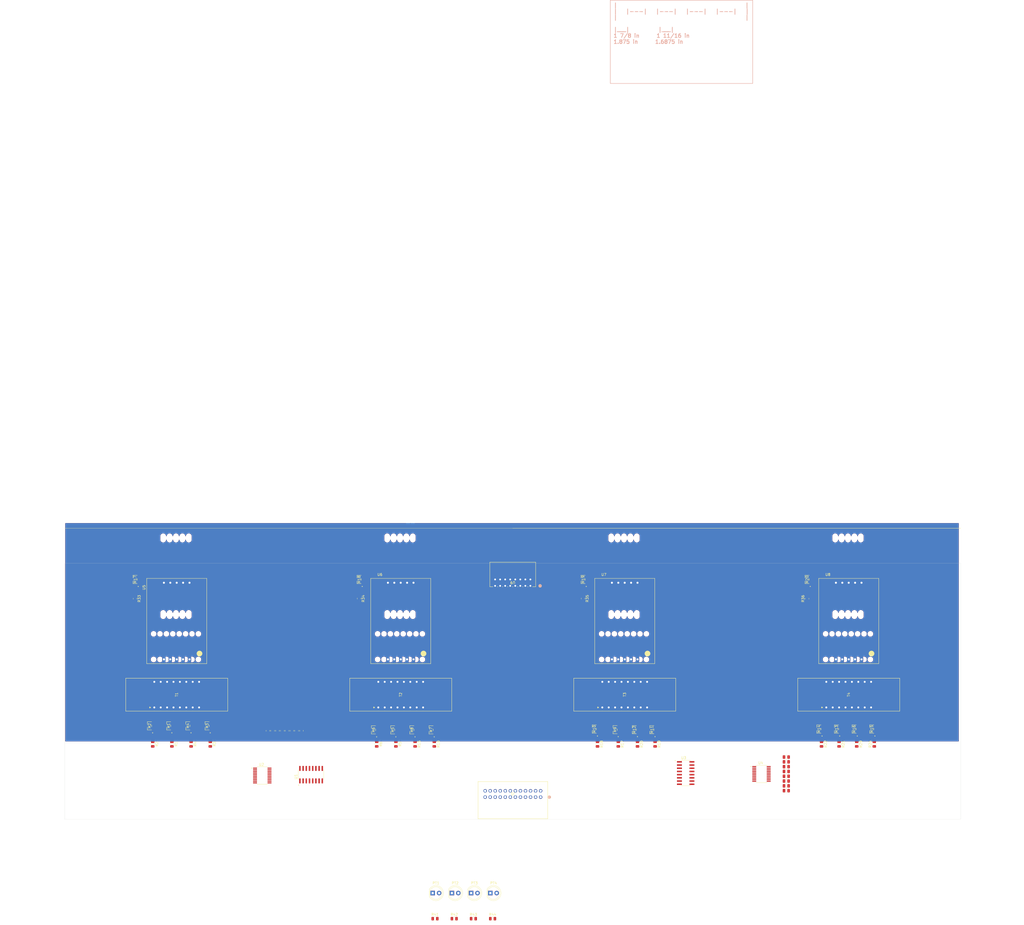
<source format=kicad_pcb>
(kicad_pcb (version 20240108) (generator "pcbnew") (generator_version "8.0")
  (layers (0 "F.Cu" signal) (31 "B.Cu" signal) (34 "B.Paste" user) (35 "F.Paste" user) (36 "B.SilkS" user "B.Silkscreen") (37 "F.SilkS" user "F.Silkscreen") (38 "B.Mask" user) (39 "F.Mask" user) (44 "Edge.Cuts" user))
  (net 0 "")
  (net 1 "+3.3V")
  (net 2 "/tim_disp/C1")
  (net 3 "Net-(M1-Pad1)")
  (net 4 "/tim_disp/C2")
  (net 5 "Net-(M2-Pad1)")
  (net 6 "/tim_disp/C3")
  (net 7 "Net-(M3-Pad1)")
  (net 8 "/tim_disp/C4")
  (net 9 "Net-(M4-Pad1)")
  (net 10 "/tim_disp/C5")
  (net 11 "Net-(M5-Pad1)")
  (net 12 "/tim_disp/C6")
  (net 13 "Net-(M6-Pad1)")
  (net 14 "/tim_disp/C7")
  (net 15 "Net-(M7-Pad1)")
  (net 16 "Net-(M8-Pad1)")
  (net 17 "/tim_disp/C8")
  (net 18 "/tim_disp/C9")
  (net 19 "Net-(M9-Pad1)")
  (net 20 "/tim_disp/C10")
  (net 21 "Net-(M10-Pad1)")
  (net 22 "/tim_disp/C11")
  (net 23 "Net-(M11-Pad1)")
  (net 24 "/tim_disp/C12")
  (net 25 "Net-(M12-Pad1)")
  (net 26 "/tim_disp/C13")
  (net 27 "Net-(M13-Pad1)")
  (net 28 "/tim_disp/C14")
  (net 29 "Net-(M14-Pad1)")
  (net 30 "Net-(M15-Pad1)")
  (net 31 "/tim_disp/C15")
  (net 32 "/tim_disp/C16")
  (net 33 "Net-(M16-Pad1)")
  (net 34 "/plc_disp/P_SEL_1")
  (net 35 "GND")
  (net 36 "/plc_disp/C1")
  (net 37 "/plc_disp/C2")
  (net 38 "/plc_disp/P_SEL_2")
  (net 39 "/plc_disp/C3")
  (net 40 "/plc_disp/P_SEL_3")
  (net 41 "/plc_disp/C4")
  (net 42 "/plc_disp/P_SEL_4")
  (net 43 "/tim_disp/R5")
  (net 44 "/tim_disp/R6")
  (net 45 "/tim_disp/R1")
  (net 46 "PB10")
  (net 47 "PB9")
  (net 48 "/tim_disp/R8")
  (net 49 "PB8")
  (net 50 "/tim_disp/R2")
  (net 51 "/tim_disp/R7")
  (net 52 "/tim_disp/R4")
  (net 53 "/tim_disp/R3")
  (net 54 "PB4")
  (net 55 "PB3")
  (net 56 "PB5")
  (net 57 "PB2")
  (net 58 "PB6")
  (net 59 "PB0")
  (net 60 "PB7")
  (net 61 "PB1")
  (net 62 "/tim_disp/R28")
  (net 63 "/tim_disp/R26")
  (net 64 "PC9")
  (net 65 "/tim_disp/R32")
  (net 66 "/tim_disp/R30")
  (net 67 "/tim_disp/R25")
  (net 68 "/tim_disp/R31")
  (net 69 "/tim_disp/R27")
  (net 70 "PC10")
  (net 71 "PC8")
  (net 72 "/tim_disp/R29")
  (net 73 "PC4")
  (net 74 "PC6")
  (net 75 "PC5")
  (net 76 "PC1")
  (net 77 "PC2")
  (net 78 "PC7")
  (net 79 "PC0")
  (net 80 "PC3")
  (net 81 "PA1")
  (net 82 "PA6")
  (net 83 "PA5")
  (net 84 "PA0")
  (net 85 "PA2")
  (net 86 "PA3")
  (net 87 "PA4")
  (net 88 "/tim_disp/E")
  (net 89 "/tim_disp/D")
  (net 90 "/tim_disp/C")
  (net 91 "/tim_disp/B")
  (net 92 "/tim_disp/A")
  (net 93 "/tim_disp/G")
  (net 94 "/tim_disp/F")
  (net 95 "/tim_disp/E2")
  (net 96 "/tim_disp/D2")
  (net 97 "/tim_disp/B2")
  (net 98 "/tim_disp/A2")
  (net 99 "/tim_disp/G2")
  (net 100 "/tim_disp/F2")
  (net 101 "PA7")
  (net 102 "PA8")
  (net 103 "PA9")
  (net 104 "PA10")
  (net 105 "/tim_disp/DP1")
  (net 106 "/tim_disp/DP2")
  (net 107 "Net-(U2-*Y8)")
  (net 108 "Net-(U2-*Y7)")
  (net 109 "Net-(U2-*Y6)")
  (net 110 "Net-(U2-*Y5)")
  (net 111 "Net-(U2-*Y4)")
  (net 112 "Net-(U2-*Y3)")
  (net 113 "Net-(U2-*Y2)")
  (net 114 "Net-(U2-*Y1)")
  (net 137 "PA11")
  (net 138 "PA13")
  (net 139 "PA12")
  (net 140 "PA14")
  (net 142 "Net-(U4-*Y8)")
  (net 143 "Net-(U4-*Y7)")
  (net 144 "Net-(U4-*Y6)")
  (net 145 "Net-(U4-*Y5)")
  (net 146 "Net-(U4-*Y4)")
  (net 147 "Net-(U4-*Y3)")
  (net 148 "Net-(U4-*Y2)")
  (net 149 "Net-(U4-*Y1)")
  (footprint "Resistor_SMD:R_0805_2012Metric" (layer "F.Cu") (at 346.71 344.739516 -90)
    (property "Reference" "R17" (at 0 -1.65 90) (layer "F.SilkS"))
    (property "Value" "150Ω")
    (pad "1" smd roundrect (at -0.9125 0 270) (size 1.025 1.4) (layers "F.Cu" "F.Paste" "F.Mask") (roundrect_rratio 0.243902) (net 19 "Net-(M9-Pad1)"))
    (pad "2" smd roundrect (at 0.9125 0 270) (size 1.025 1.4) (layers "F.Cu" "F.Paste" "F.Mask") (roundrect_rratio 0.243902) (net 67 "/tim_disp/R25"))
  )
  (footprint "Resistor_SMD:R_0805_2012Metric" (layer "F.Cu") (at 177.165 344.739516 -90)
    (property "Reference" "R4" (at 0 -1.65 90) (layer "F.SilkS"))
    (property "Value" "150Ω")
    (pad "1" smd roundrect (at -0.9125 0 270) (size 1.025 1.4) (layers "F.Cu" "F.Paste" "F.Mask") (roundrect_rratio 0.243902) (net 9 "Net-(M4-Pad1)"))
    (pad "2" smd roundrect (at 0.9125 0 270) (size 1.025 1.4) (layers "F.Cu" "F.Paste" "F.Mask") (roundrect_rratio 0.243902) (net 52 "/tim_disp/R4"))
  )
  (footprint "TDCR1050M-4-7-seg-display:TDCG1060M_VIS" (layer "F.Cu") (at 429.26 330.2 90)
    (property "Reference" "T4" (at 5.08 8.89 90) (layer "F.SilkS"))
    (property "Value" "TDCR1050M")
    (fp_text user "*" (at 0 -1.397 90) (layer "F.SilkS"))
    (fp_text user "*" (at 0 -1.397 90) (layer "F.SilkS"))
    (pad "1" thru_hole circle (at 0 0 90) (size 1.27 1.27) (drill 0.762) (layers "*.Cu" "*.Mask") (net 28 "/tim_disp/C14"))
    (pad "2" thru_hole circle (at 0 2.54 90) (size 1.27 1.27) (drill 0.762) (layers "*.Cu" "*.Mask") (net 26 "/tim_disp/C13"))
    (pad "3" thru_hole circle (at 0 5.08 90) (size 1.27 1.27) (drill 0.762) (layers "*.Cu" "*.Mask") (net 96 "/tim_disp/D2"))
    (pad "4" thru_hole circle (at 0 7.62 90) (size 1.27 1.27) (drill 0.762) (layers "*.Cu" "*.Mask"))
    (pad "5" thru_hole circle (at 0 10.16 90) (size 1.27 1.27) (drill 0.762) (layers "*.Cu" "*.Mask") (net 95 "/tim_disp/E2"))
    (pad "6" thru_hole circle (at 0 12.7 90) (size 1.27 1.27) (drill 0.762) (layers "*.Cu" "*.Mask") (net 32 "/tim_disp/C16"))
    (pad "7" thru_hole circle (at 0 15.24 90) (size 1.27 1.27) (drill 0.762) (layers "*.Cu" "*.Mask") (net 106 "/tim_disp/DP2"))
    (pad "8" thru_hole circle (at 0 17.78 90) (size 1.27 1.27) (drill 0.762) (layers "*.Cu" "*.Mask") (net 31 "/tim_disp/C15"))
    (pad "9" thru_hole circle (at 10.16 17.78 90) (size 1.27 1.27) (drill 0.762) (layers "*.Cu" "*.Mask"))
    (pad "10" thru_hole circle (at 10.16 15.24 90) (size 1.27 1.27) (drill 0.762) (layers "*.Cu" "*.Mask"))
    (pad "11" thru_hole circle (at 10.16 12.7 90) (size 1.27 1.27) (drill 0.762) (layers "*.Cu" "*.Mask") (net 100 "/tim_disp/F2"))
    (pad "12" thru_hole circle (at 10.16 10.16 90) (size 1.27 1.27) (drill 0.762) (layers "*.Cu" "*.Mask"))
    (pad "13" thru_hole circle (at 10.16 7.62 90) (size 1.27 1.27) (drill 0.762) (layers "*.Cu" "*.Mask") (net 4 "/tim_disp/C2"))
    (pad "14" thru_hole circle (at 10.16 5.08 90) (size 1.27 1.27) (drill 0.762) (layers "*.Cu" "*.Mask") (net 98 "/tim_disp/A2"))
    (pad "15" thru_hole circle (at 10.16 2.54 90) (size 1.27 1.27) (drill 0.762) (layers "*.Cu" "*.Mask") (net 99 "/tim_disp/G2"))
    (pad "16" thru_hole circle (at 10.16 0 90) (size 1.27 1.27) (drill 0.762) (layers "*.Cu" "*.Mask") (net 97 "/tim_disp/B2"))
  )
  (footprint "LED_THT:LED_D5.0mm" (layer "F.Cu") (at 280.67 403.86)
    (property "Reference" "PT2" (at 1.27 -3.96 0) (layer "F.SilkS"))
    (property "Value" "~")
    (pad "1" thru_hole rect (at 0 0) (size 1.8 1.8) (drill 0.9) (layers "*.Cu" "*.Mask") (net 1 "+3.3V"))
    (pad "2" thru_hole circle (at 2.54 0) (size 1.8 1.8) (drill 0.9) (layers "*.Cu" "*.Mask") (net 139 "PA12"))
  )
  (footprint "Resistor_SMD:R_0805_2012Metric" (layer "F.Cu") (at 413.385 363.22)
    (property "Reference" "R23" (hide yes))
    (property "Value" "47Ω")
    (pad "1" smd roundrect (at -0.9125 0) (size 1.025 1.4) (layers "F.Cu" "F.Paste" "F.Mask") (roundrect_rratio 0.243902) (net 142 "Net-(U4-*Y8)"))
    (pad "2" smd roundrect (at 0.9125 0) (size 1.025 1.4) (layers "F.Cu" "F.Paste" "F.Mask") (roundrect_rratio 0.243902) (net 95 "/tim_disp/E2"))
  )
  (footprint "PMBT2907A_235:TO-236AB_SOT23_NEX" (layer "F.Cu") (at 168.275 337.500001 90)
    (property "Reference" "M1" (at 0 0 90) (layer "F.SilkS"))
    (property "Value" "N-MOSFET")
    (pad "1" smd rect (at -0.950001 1.016 90) (size 0.5334 1.1684) (layers "F.Cu" "F.Paste" "F.Mask") (net 3 "Net-(M1-Pad1)"))
    (pad "2" smd rect (at 0.950001 1.016 90) (size 0.5334 1.1684) (layers "F.Cu" "F.Paste" "F.Mask") (net 2 "/tim_disp/C1"))
    (pad "3" smd rect (at 0 -1.016 90) (size 0.5334 1.1684) (layers "F.Cu" "F.Paste" "F.Mask") (net 1 "+3.3V"))
  )
  (footprint "LED_THT:LED_D5.0mm" (layer "F.Cu") (at 288.29 403.86)
    (property "Reference" "PT3" (at 1.27 -3.96 0) (layer "F.SilkS"))
    (property "Value" "~")
    (pad "1" thru_hole rect (at 0 0) (size 1.8 1.8) (drill 0.9) (layers "*.Cu" "*.Mask") (net 1 "+3.3V"))
    (pad "2" thru_hole circle (at 2.54 0) (size 1.8 1.8) (drill 0.9) (layers "*.Cu" "*.Mask") (net 138 "PA13"))
  )
  (footprint "7-seg-1-inch:LDS-AA14RI" (layer "F.Cu") (at 260.35 295.91)
    (property "Reference" "U6" (at -8.269 -18.44628 0) (layer "F.SilkS") (effects (font (size 1.001701 1.001701))))
    (property "Value" "SA39-12YWA")
    (pad "1" thru_hole oval (at -5.08 15.2) (size 1.308 2.616) (drill 0.8) (layers "*.Cu" "*.Mask") (net 37 "/plc_disp/C2"))
    (pad "2" thru_hole oval (at -2.54 15.2) (size 1.308 2.616) (drill 0.8) (layers "*.Cu" "*.Mask") (net 83 "PA5"))
    (pad "3" thru_hole oval (at 0 15.2) (size 1.308 2.616) (drill 0.8) (layers "*.Cu" "*.Mask") (net 82 "PA6"))
    (pad "4" thru_hole oval (at 2.54 15.2) (size 1.308 2.616) (drill 0.8) (layers "*.Cu" "*.Mask") (net 87 "PA4"))
    (pad "5" thru_hole oval (at 5.08 15.2) (size 1.308 2.616) (drill 0.8) (layers "*.Cu" "*.Mask") (net 86 "PA3"))
    (pad "6" thru_hole oval (at -5.08 -15.2) (size 1.308 2.616) (drill 0.8) (layers "*.Cu" "*.Mask") (net 37 "/plc_disp/C2"))
    (pad "7" thru_hole oval (at -2.54 -15.2) (size 1.308 2.616) (drill 0.8) (layers "*.Cu" "*.Mask"))
    (pad "8" thru_hole oval (at 0 -15.2) (size 1.308 2.616) (drill 0.8) (layers "*.Cu" "*.Mask") (net 85 "PA2"))
    (pad "9" thru_hole oval (at 2.54 -15.2) (size 1.308 2.616) (drill 0.8) (layers "*.Cu" "*.Mask") (net 81 "PA1"))
    (pad "10" thru_hole oval (at 5.08 -15.2) (size 1.308 2.616) (drill 0.8) (layers "*.Cu" "*.Mask") (net 84 "PA0"))
  )
  (footprint "SN74HC138DR-MUX:SOIC127P600X175-16N" (layer "F.Cu") (at 224.79 356.87 90)
    (property "Reference" "U1" (at -0.795 -6.035 90) (layer "F.SilkS"))
    (property "Value" "74HC138")
    (pad "1" smd roundrect (at -2.475 -4.445 90) (size 1.97 0.6) (layers "F.Cu" "F.Paste" "F.Mask") (roundrect_rratio 0.125) (net 49 "PB8"))
    (pad "2" smd roundrect (at -2.475 -3.175 90) (size 1.97 0.6) (layers "F.Cu" "F.Paste" "F.Mask") (roundrect_rratio 0.125) (net 47 "PB9"))
    (pad "3" smd roundrect (at -2.475 -1.905 90) (size 1.97 0.6) (layers "F.Cu" "F.Paste" "F.Mask") (roundrect_rratio 0.125) (net 46 "PB10"))
    (pad "4" smd roundrect (at -2.475 -0.635 90) (size 1.97 0.6) (layers "F.Cu" "F.Paste" "F.Mask") (roundrect_rratio 0.125) (net 35 "GND"))
    (pad "5" smd roundrect (at -2.475 0.635 90) (size 1.97 0.6) (layers "F.Cu" "F.Paste" "F.Mask") (roundrect_rratio 0.125) (net 35 "GND"))
    (pad "6" smd roundrect (at -2.475 1.905 90) (size 1.97 0.6) (layers "F.Cu" "F.Paste" "F.Mask") (roundrect_rratio 0.125) (net 1 "+3.3V"))
    (pad "7" smd roundrect (at -2.475 3.175 90) (size 1.97 0.6) (layers "F.Cu" "F.Paste" "F.Mask") (roundrect_rratio 0.125) (net 48 "/tim_disp/R8"))
    (pad "8" smd roundrect (at -2.475 4.445 90) (size 1.97 0.6) (layers "F.Cu" "F.Paste" "F.Mask") (roundrect_rratio 0.125) (net 35 "GND"))
    (pad "9" smd roundrect (at 2.475 4.445 90) (size 1.97 0.6) (layers "F.Cu" "F.Paste" "F.Mask") (roundrect_rratio 0.125) (net 51 "/tim_disp/R7"))
    (pad "10" smd roundrect (at 2.475 3.175 90) (size 1.97 0.6) (layers "F.Cu" "F.Paste" "F.Mask") (roundrect_rratio 0.125) (net 44 "/tim_disp/R6"))
    (pad "11" smd roundrect (at 2.475 1.905 90) (size 1.97 0.6) (layers "F.Cu" "F.Paste" "F.Mask") (roundrect_rratio 0.125) (net 43 "/tim_disp/R5"))
    (pad "12" smd roundrect (at 2.475 0.635 90) (size 1.97 0.6) (layers "F.Cu" "F.Paste" "F.Mask") (roundrect_rratio 0.125) (net 52 "/tim_disp/R4"))
    (pad "13" smd roundrect (at 2.475 -0.635 90) (size 1.97 0.6) (layers "F.Cu" "F.Paste" "F.Mask") (roundrect_rratio 0.125) (net 53 "/tim_disp/R3"))
    (pad "14" smd roundrect (at 2.475 -1.905 90) (size 1.97 0.6) (layers "F.Cu" "F.Paste" "F.Mask") (roundrect_rratio 0.125) (net 50 "/tim_disp/R2"))
    (pad "15" smd roundrect (at 2.475 -3.175 90) (size 1.97 0.6) (layers "F.Cu" "F.Paste" "F.Mask") (roundrect_rratio 0.125) (net 45 "/tim_disp/R1"))
    (pad "16" smd roundrect (at 2.475 -4.445 90) (size 1.97 0.6) (layers "F.Cu" "F.Paste" "F.Mask") (roundrect_rratio 0.125) (net 1 "+3.3V"))
  )
  (footprint "PMBT2907A_235:TO-236AB_SOT23_NEX" (layer "F.Cu") (at 360.045 339.024001 90)
    (property "Reference" "M11" (at 0 0 90) (layer "F.SilkS"))
    (property "Value" "N-MOSFET")
    (pad "1" smd rect (at -0.950001 1.016 90) (size 0.5334 1.1684) (layers "F.Cu" "F.Paste" "F.Mask") (net 23 "Net-(M11-Pad1)"))
    (pad "2" smd rect (at 0.950001 1.016 90) (size 0.5334 1.1684) (layers "F.Cu" "F.Paste" "F.Mask") (net 22 "/tim_disp/C11"))
    (pad "3" smd rect (at 0 -1.016 90) (size 0.5334 1.1684) (layers "F.Cu" "F.Paste" "F.Mask") (net 1 "+3.3V"))
  )
  (footprint "Resistor_SMD:R_0805_2012Metric" (layer "F.Cu") (at 332.74 286.979828 -90)
    (property "Reference" "R35" (at 0 -1.65 90) (layer "F.SilkS"))
    (property "Value" "150Ω")
    (pad "1" smd roundrect (at -0.9125 0 270) (size 1.025 1.4) (layers "F.Cu" "F.Paste" "F.Mask") (roundrect_rratio 0.243902) (net 40 "/plc_disp/P_SEL_3"))
    (pad "2" smd roundrect (at 0.9125 0 270) (size 1.025 1.4) (layers "F.Cu" "F.Paste" "F.Mask") (roundrect_rratio 0.243902) (net 103 "PA9"))
  )
  (footprint "Resistor_SMD:R_0805_2012Metric" (layer "F.Cu") (at 266.065 344.739516 -90)
    (property "Reference" "R15" (at 0 -1.65 90) (layer "F.SilkS"))
    (property "Value" "150Ω")
    (pad "1" smd roundrect (at -0.9125 0 270) (size 1.025 1.4) (layers "F.Cu" "F.Paste" "F.Mask") (roundrect_rratio 0.243902) (net 16 "Net-(M8-Pad1)"))
    (pad "2" smd roundrect (at 0.9125 0 270) (size 1.025 1.4) (layers "F.Cu" "F.Paste" "F.Mask") (roundrect_rratio 0.243902) (net 48 "/tim_disp/R8"))
  )
  (footprint "Resistor_SMD:R_0805_2012Metric" (layer "F.Cu") (at 421.64 287.02 90)
    (property "Reference" "R36" (at 0 -1.65 90) (layer "F.SilkS"))
    (property "Value" "150Ω")
    (pad "1" smd roundrect (at -0.9125 0 90) (size 1.025 1.4) (layers "F.Cu" "F.Paste" "F.Mask") (roundrect_rratio 0.243902) (net 42 "/plc_disp/P_SEL_4"))
    (pad "2" smd roundrect (at 0.9125 0 90) (size 1.025 1.4) (layers "F.Cu" "F.Paste" "F.Mask") (roundrect_rratio 0.243902) (net 104 "PA10"))
  )
  (footprint "PMBT2907A_235:TO-236AB_SOT23_NEX" (layer "F.Cu") (at 183.515 337.500001 90)
    (property "Reference" "M3" (at 0 0 90) (layer "F.SilkS"))
    (property "Value" "N-MOSFET")
    (pad "1" smd rect (at -0.950001 1.016 90) (size 0.5334 1.1684) (layers "F.Cu" "F.Paste" "F.Mask") (net 7 "Net-(M3-Pad1)"))
    (pad "2" smd rect (at 0.950001 1.016 90) (size 0.5334 1.1684) (layers "F.Cu" "F.Paste" "F.Mask") (net 6 "/tim_disp/C3"))
    (pad "3" smd rect (at 0 -1.016 90) (size 0.5334 1.1684) (layers "F.Cu" "F.Paste" "F.Mask") (net 1 "+3.3V"))
  )
  (footprint "Resistor_SMD:R_0805_2012Metric" (layer "F.Cu") (at 273.685 344.739516 -90)
    (property "Reference" "R10" (at 0 -1.65 90) (layer "F.SilkS"))
    (property "Value" "150Ω")
    (pad "1" smd roundrect (at -0.9125 0 270) (size 1.025 1.4) (layers "F.Cu" "F.Paste" "F.Mask") (roundrect_rratio 0.243902) (net 15 "Net-(M7-Pad1)"))
    (pad "2" smd roundrect (at 0.9125 0 270) (size 1.025 1.4) (layers "F.Cu" "F.Paste" "F.Mask") (roundrect_rratio 0.243902) (net 51 "/tim_disp/R7"))
  )
  (footprint "Resistor_SMD:R_0805_2012Metric" (layer "F.Cu") (at 354.33 344.739516 -90)
    (property "Reference" "R20" (at 0 -1.65 90) (layer "F.SilkS"))
    (property "Value" "150Ω")
    (pad "1" smd roundrect (at -0.9125 0 270) (size 1.025 1.4) (layers "F.Cu" "F.Paste" "F.Mask") (roundrect_rratio 0.243902) (net 25 "Net-(M12-Pad1)"))
    (pad "2" smd roundrect (at 0.9125 0 270) (size 1.025 1.4) (layers "F.Cu" "F.Paste" "F.Mask") (roundrect_rratio 0.243902) (net 62 "/tim_disp/R28"))
  )
  (footprint "Resistor_SMD:R_0805_2012Metric" (layer "F.Cu") (at 243.84 286.977501 -90)
    (property "Reference" "R34" (at 0 -1.65 90) (layer "F.SilkS"))
    (property "Value" "150Ω")
    (pad "1" smd roundrect (at -0.9125 0 270) (size 1.025 1.4) (layers "F.Cu" "F.Paste" "F.Mask") (roundrect_rratio 0.243902) (net 38 "/plc_disp/P_SEL_2"))
    (pad "2" smd roundrect (at 0.9125 0 270) (size 1.025 1.4) (layers "F.Cu" "F.Paste" "F.Mask") (roundrect_rratio 0.243902) (net 102 "PA8"))
  )
  (footprint "Resistor_SMD:R_0805_2012Metric" (layer "F.Cu") (at 441.325 344.739516 -90)
    (property "Reference" "R29" (at 0 -1.65 90) (layer "F.SilkS"))
    (property "Value" "150Ω")
    (pad "1" smd roundrect (at -0.9125 0 270) (size 1.025 1.4) (layers "F.Cu" "F.Paste" "F.Mask") (roundrect_rratio 0.243902) (net 33 "Net-(M16-Pad1)"))
    (pad "2" smd roundrect (at 0.9125 0 270) (size 1.025 1.4) (layers "F.Cu" "F.Paste" "F.Mask") (roundrect_rratio 0.243902) (net 65 "/tim_disp/R32"))
  )
  (footprint "PMBT2907A_235:TO-236AB_SOT23_NEX" (layer "F.Cu") (at 433.324 338.770001 90)
    (property "Reference" "M13" (at 0 0 90) (layer "F.SilkS"))
    (property "Value" "N-MOSFET")
    (pad "1" smd rect (at -0.950001 1.016 90) (size 0.5334 1.1684) (layers "F.Cu" "F.Paste" "F.Mask") (net 27 "Net-(M13-Pad1)"))
    (pad "2" smd rect (at 0.950001 1.016 90) (size 0.5334 1.1684) (layers "F.Cu" "F.Paste" "F.Mask") (net 26 "/tim_disp/C13"))
    (pad "3" smd rect (at 0 -1.016 90) (size 0.5334 1.1684) (layers "F.Cu" "F.Paste" "F.Mask") (net 1 "+3.3V"))
  )
  (footprint "Resistor_SMD:R_0805_2012Metric" (layer "F.Cu") (at 448.31 344.739516 90)
    (property "Reference" "R24" (at 0 -1.65 90) (layer "F.SilkS"))
    (property "Value" "150Ω")
    (pad "1" smd roundrect (at -0.9125 0 90) (size 1.025 1.4) (layers "F.Cu" "F.Paste" "F.Mask") (roundrect_rratio 0.243902) (net 30 "Net-(M15-Pad1)"))
    (pad "2" smd roundrect (at 0.9125 0 90) (size 1.025 1.4) (layers "F.Cu" "F.Paste" "F.Mask") (roundrect_rratio 0.243902) (net 68 "/tim_disp/R31"))
  )
  (footprint "Resistor_SMD:R_0805_2012Metric" (layer "F.Cu") (at 213.36 339.4475 -90)
    (property "Reference" "R12" (hide yes))
    (property "Value" "47Ω")
    (pad "1" smd roundrect (at -0.9125 0 270) (size 1.025 1.4) (layers "F.Cu" "F.Paste" "F.Mask") (roundrect_rratio 0.243902) (net 111 "Net-(U2-*Y4)"))
    (pad "2" smd roundrect (at 0.9125 0 270) (size 1.025 1.4) (layers "F.Cu" "F.Paste" "F.Mask") (roundrect_rratio 0.243902) (net 92 "/tim_disp/A"))
  )
  (footprint "Resistor_SMD:R_0805_2012Metric" (layer "F.Cu") (at 250.825 344.739516 -90)
    (property "Reference" "R6" (at 0 -1.65 90) (layer "F.SilkS"))
    (property "Value" "150Ω")
    (pad "1" smd roundrect (at -0.9125 0 270) (size 1.025 1.4) (layers "F.Cu" "F.Paste" "F.Mask") (roundrect_rratio 0.243902) (net 13 "Net-(M6-Pad1)"))
    (pad "2" smd roundrect (at 0.9125 0 270) (size 1.025 1.4) (layers "F.Cu" "F.Paste" "F.Mask") (roundrect_rratio 0.243902) (net 44 "/tim_disp/R6"))
  )
  (footprint "Resistor_SMD:R_0805_2012Metric" (layer "F.Cu") (at 258.445 344.739516 -90)
    (property "Reference" "R5" (at 0 -1.65 90) (layer "F.SilkS"))
    (property "Value" "150Ω")
    (pad "1" smd roundrect (at -0.9125 0 270) (size 1.025 1.4) (layers "F.Cu" "F.Paste" "F.Mask") (roundrect_rratio 0.243902) (net 11 "Net-(M5-Pad1)"))
    (pad "2" smd roundrect (at 0.9125 0 270) (size 1.025 1.4) (layers "F.Cu" "F.Paste" "F.Mask") (roundrect_rratio 0.243902) (net 43 "/tim_disp/R5"))
  )
  (footprint "Resistor_SMD:R_0805_2012Metric" (layer "F.Cu") (at 215.265 339.4475 -90)
    (property "Reference" "R11" (hide yes))
    (property "Value" "47Ω")
    (pad "1" smd roundrect (at -0.9125 0 270) (size 1.025 1.4) (layers "F.Cu" "F.Paste" "F.Mask") (roundrect_rratio 0.243902) (net 110 "Net-(U2-*Y5)"))
    (pad "2" smd roundrect (at 0.9125 0 270) (size 1.025 1.4) (layers "F.Cu" "F.Paste" "F.Mask") (roundrect_rratio 0.243902) (net 91 "/tim_disp/B"))
  )
  (footprint "Resistor_SMD:R_0805_2012Metric" (layer "F.Cu") (at 413.385 351.79)
    (property "Reference" "R31" (hide yes))
    (property "Value" "47Ω")
    (pad "1" smd roundrect (at -0.9125 0) (size 1.025 1.4) (layers "F.Cu" "F.Paste" "F.Mask") (roundrect_rratio 0.243902) (net 148 "Net-(U4-*Y2)"))
    (pad "2" smd roundrect (at 0.9125 0) (size 1.025 1.4) (layers "F.Cu" "F.Paste" "F.Mask") (roundrect_rratio 0.243902) (net 99 "/tim_disp/G2"))
  )
  (footprint "PMBT2907A_235:TO-236AB_SOT23_NEX" (layer "F.Cu") (at 421.64 279.4 90)
    (property "Reference" "M20" (at 0 0 90) (layer "F.SilkS"))
    (property "Value" "N-MOSFET")
    (pad "1" smd rect (at -0.950001 1.016 90) (size 0.5334 1.1684) (layers "F.Cu" "F.Paste" "F.Mask") (net 42 "/plc_disp/P_SEL_4"))
    (pad "2" smd rect (at 0.950001 1.016 90) (size 0.5334 1.1684) (layers "F.Cu" "F.Paste" "F.Mask") (net 41 "/plc_disp/C4"))
    (pad "3" smd rect (at 0 -1.016 90) (size 0.5334 1.1684) (layers "F.Cu" "F.Paste" "F.Mask") (net 35 "GND"))
  )
  (footprint "Resistor_SMD:R_0805_2012Metric" (layer "F.Cu") (at 169.545 344.739516 -90)
    (property "Reference" "R1" (at 0 -1.65 90) (layer "F.SilkS"))
    (property "Value" "150Ω")
    (pad "1" smd roundrect (at -0.9125 0 270) (size 1.025 1.4) (layers "F.Cu" "F.Paste" "F.Mask") (roundrect_rratio 0.243902) (net 3 "Net-(M1-Pad1)"))
    (pad "2" smd roundrect (at 0.9125 0 270) (size 1.025 1.4) (layers "F.Cu" "F.Paste" "F.Mask") (roundrect_rratio 0.243902) (net 45 "/tim_disp/R1"))
  )
  (footprint "PMBT2907A_235:TO-236AB_SOT23_NEX" (layer "F.Cu") (at 272.415 339.09 90)
    (property "Reference" "M7" (at 0 0 90) (layer "F.SilkS"))
    (property "Value" "N-MOSFET")
    (pad "1" smd rect (at -0.950001 1.016 90) (size 0.5334 1.1684) (layers "F.Cu" "F.Paste" "F.Mask") (net 15 "Net-(M7-Pad1)"))
    (pad "2" smd rect (at 0.950001 1.016 90) (size 0.5334 1.1684) (layers "F.Cu" "F.Paste" "F.Mask") (net 14 "/tim_disp/C7"))
    (pad "3" smd rect (at 0 -1.016 90) (size 0.5334 1.1684) (layers "F.Cu" "F.Paste" "F.Mask") (net 1 "+3.3V"))
  )
  (footprint "PMBT2907A_235:TO-236AB_SOT23_NEX" (layer "F.Cu") (at 353.06 339.024001 90)
    (property "Reference" "M12" (at 0 0 90) (layer "F.SilkS"))
    (property "Value" "N-MOSFET")
    (pad "1" smd rect (at -0.950001 1.016 90) (size 0.5334 1.1684) (layers "F.Cu" "F.Paste" "F.Mask") (net 25 "Net-(M12-Pad1)"))
    (pad "2" smd rect (at 0.950001 1.016 90) (size 0.5334 1.1684) (layers "F.Cu" "F.Paste" "F.Mask") (net 24 "/tim_disp/C12"))
    (pad "3" smd rect (at 0 -1.016 90) (size 0.5334 1.1684) (layers "F.Cu" "F.Paste" "F.Mask") (net 1 "+3.3V"))
  )
  (footprint "PMBT2907A_235:TO-236AB_SOT23_NEX" (layer "F.Cu") (at 160.655 337.500001 90)
    (property "Reference" "M2" (at 0 0 90) (layer "F.SilkS"))
    (property "Value" "N-MOSFET")
    (pad "1" smd rect (at -0.950001 1.016 90) (size 0.5334 1.1684) (layers "F.Cu" "F.Paste" "F.Mask") (net 5 "Net-(M2-Pad1)"))
    (pad "2" smd rect (at 0.950001 1.016 90) (size 0.5334 1.1684) (layers "F.Cu" "F.Paste" "F.Mask") (net 4 "/tim_disp/C2"))
    (pad "3" smd rect (at 0 -1.016 90) (size 0.5334 1.1684) (layers "F.Cu" "F.Paste" "F.Mask") (net 1 "+3.3V"))
  )
  (footprint "PMBT2907A_235:TO-236AB_SOT23_NEX" (layer "F.Cu") (at 243.84 279.4 90)
    (property "Reference" "M18" (at 0 0 90) (layer "F.SilkS"))
    (property "Value" "N-MOSFET")
    (pad "1" smd rect (at -0.950001 1.016 90) (size 0.5334 1.1684) (layers "F.Cu" "F.Paste" "F.Mask") (net 38 "/plc_disp/P_SEL_2"))
    (pad "2" smd rect (at 0.950001 1.016 90) (size 0.5334 1.1684) (layers "F.Cu" "F.Paste" "F.Mask") (net 37 "/plc_disp/C2"))
    (pad "3" smd rect (at 0 -1.016 90) (size 0.5334 1.1684) (layers "F.Cu" "F.Paste" "F.Mask") (net 35 "GND"))
  )
  (footprint "Resistor_SMD:R_0805_2012Metric" (layer "F.Cu") (at 434.34 344.739516 -90)
    (property "Reference" "R21" (at 0 -1.65 90) (layer "F.SilkS"))
    (property "Value" "150Ω")
    (pad "1" smd roundrect (at -0.9125 0 270) (size 1.025 1.4) (layers "F.Cu" "F.Paste" "F.Mask") (roundrect_rratio 0.243902) (net 27 "Net-(M13-Pad1)"))
    (pad "2" smd roundrect (at 0.9125 0 270) (size 1.025 1.4) (layers "F.Cu" "F.Paste" "F.Mask") (roundrect_rratio 0.243902) (net 72 "/tim_disp/R29"))
  )
  (footprint "TDCR1050M-4-7-seg-display:TDCG1060M_VIS" (layer "F.Cu") (at 162.56 330.2 90)
    (property "Reference" "T1" (at 5.08 8.89 90) (layer "F.SilkS"))
    (property "Value" "TDCR1050M")
    (fp_text user "*" (at 0 -1.397 90) (layer "F.SilkS"))
    (fp_text user "*" (at 0 -1.397 90) (layer "F.SilkS"))
    (pad "1" thru_hole circle (at 0 0 90) (size 1.27 1.27) (drill 0.762) (layers "*.Cu" "*.Mask") (net 4 "/tim_disp/C2"))
    (pad "2" thru_hole circle (at 0 2.54 90) (size 1.27 1.27) (drill 0.762) (layers "*.Cu" "*.Mask") (net 2 "/tim_disp/C1"))
    (pad "3" thru_hole circle (at 0 5.08 90) (size 1.27 1.27) (drill 0.762) (layers "*.Cu" "*.Mask") (net 89 "/tim_disp/D"))
    (pad "4" thru_hole circle (at 0 7.62 90) (size 1.27 1.27) (drill 0.762) (layers "*.Cu" "*.Mask"))
    (pad "5" thru_hole circle (at 0 10.16 90) (size 1.27 1.27) (drill 0.762) (layers "*.Cu" "*.Mask") (net 88 "/tim_disp/E"))
    (pad "6" thru_hole circle (at 0 12.7 90) (size 1.27 1.27) (drill 0.762) (layers "*.Cu" "*.Mask") (net 8 "/tim_disp/C4"))
    (pad "7" thru_hole circle (at 0 15.24 90) (size 1.27 1.27) (drill 0.762) (layers "*.Cu" "*.Mask") (net 105 "/tim_disp/DP1"))
    (pad "8" thru_hole circle (at 0 17.78 90) (size 1.27 1.27) (drill 0.762) (layers "*.Cu" "*.Mask") (net 6 "/tim_disp/C3"))
    (pad "9" thru_hole circle (at 10.16 17.78 90) (size 1.27 1.27) (drill 0.762) (layers "*.Cu" "*.Mask"))
    (pad "10" thru_hole circle (at 10.16 15.24 90) (size 1.27 1.27) (drill 0.762) (layers "*.Cu" "*.Mask"))
    (pad "11" thru_hole circle (at 10.16 12.7 90) (size 1.27 1.27) (drill 0.762) (layers "*.Cu" "*.Mask") (net 94 "/tim_disp/F"))
    (pad "12" thru_hole circle (at 10.16 10.16 90) (size 1.27 1.27) (drill 0.762) (layers "*.Cu" "*.Mask"))
    (pad "13" thru_hole circle (at 10.16 7.62 90) (size 1.27 1.27) (drill 0.762) (layers "*.Cu" "*.Mask") (net 90 "/tim_disp/C"))
    (pad "14" thru_hole circle (at 10.16 5.08 90) (size 1.27 1.27) (drill 0.762) (layers "*.Cu" "*.Mask") (net 92 "/tim_disp/A"))
    (pad "15" thru_hole circle (at 10.16 2.54 90) (size 1.27 1.27) (drill 0.762) (layers "*.Cu" "*.Mask") (net 93 "/tim_disp/G"))
    (pad "16" thru_hole circle (at 10.16 0 90) (size 1.27 1.27) (drill 0.762) (layers "*.Cu" "*.Mask") (net 91 "/tim_disp/B"))
  )
  (footprint "Resistor_SMD:R_0805_2012Metric" (layer "F.Cu") (at 289.2025 414.02)
    (property "Reference" "R43" (at 0 -1.65 0) (layer "F.SilkS"))
    (property "Value" "56KΩ")
    (pad "1" smd roundrect (at -0.9125 0) (size 1.025 1.4) (layers "F.Cu" "F.Paste" "F.Mask") (roundrect_rratio 0.243902) (net 138 "PA13"))
    (pad "2" smd roundrect (at 0.9125 0) (size 1.025 1.4) (layers "F.Cu" "F.Paste" "F.Mask") (roundrect_rratio 0.243902) (net 35 "GND"))
  )
  (footprint "PMBT2907A_235:TO-236AB_SOT23_NEX" (layer "F.Cu") (at 337.185 338.770001 90)
    (property "Reference" "M10" (at 0 0 90) (layer "F.SilkS"))
    (property "Value" "N-MOSFET")
    (pad "1" smd rect (at -0.950001 1.016 90) (size 0.5334 1.1684) (layers "F.Cu" "F.Paste" "F.Mask") (net 21 "Net-(M10-Pad1)"))
    (pad "2" smd rect (at 0.950001 1.016 90) (size 0.5334 1.1684) (layers "F.Cu" "F.Paste" "F.Mask") (net 20 "/tim_disp/C10"))
    (pad "3" smd rect (at 0 -1.016 90) (size 0.5334 1.1684) (layers "F.Cu" "F.Paste" "F.Mask") (net 1 "+3.3V"))
  )
  (footprint "Resistor_SMD:R_0805_2012Metric" (layer "F.Cu") (at 413.385 355.6)
    (property "Reference" "R28" (hide yes))
    (property "Value" "47Ω")
    (pad "1" smd roundrect (at -0.9125 0) (size 1.025 1.4) (layers "F.Cu" "F.Paste" "F.Mask") (roundrect_rratio 0.243902) (net 146 "Net-(U4-*Y4)"))
    (pad "2" smd roundrect (at 0.9125 0) (size 1.025 1.4) (layers "F.Cu" "F.Paste" "F.Mask") (roundrect_rratio 0.243902) (net 98 "/tim_disp/A2"))
  )
  (footprint "7-seg-1-inch:LDS-AA14RI" (layer "F.Cu") (at 171.45 295.91)
    (property "Reference" "U5" (at -12.98528 -13.321 90) (layer "F.SilkS") (effects (font (size 1.001701 1.001701))))
    (property "Value" "SA39-12YWA")
    (pad "1" thru_hole oval (at -5.08 15.2) (size 1.308 2.616) (drill 0.8) (layers "*.Cu" "*.Mask") (net 36 "/plc_disp/C1"))
    (pad "2" thru_hole oval (at -2.54 15.2) (size 1.308 2.616) (drill 0.8) (layers "*.Cu" "*.Mask") (net 83 "PA5"))
    (pad "3" thru_hole oval (at 0 15.2) (size 1.308 2.616) (drill 0.8) (layers "*.Cu" "*.Mask") (net 82 "PA6"))
    (pad "4" thru_hole oval (at 2.54 15.2) (size 1.308 2.616) (drill 0.8) (layers "*.Cu" "*.Mask") (net 87 "PA4"))
    (pad "5" thru_hole oval (at 5.08 15.2) (size 1.308 2.616) (drill 0.8) (layers "*.Cu" "*.Mask") (net 86 "PA3"))
    (pad "6" thru_hole oval (at -5.08 -15.2) (size 1.308 2.616) (drill 0.8) (layers "*.Cu" "*.Mask") (net 36 "/plc_disp/C1"))
    (pad "7" thru_hole oval (at -2.54 -15.2) (size 1.308 2.616) (drill 0.8) (layers "*.Cu" "*.Mask"))
    (pad "8" thru_hole oval (at 0 -15.2) (size 1.308 2.616) (drill 0.8) (layers "*.Cu" "*.Mask") (net 85 "PA2"))
    (pad "9" thru_hole oval (at 2.54 -15.2) (size 1.308 2.616) (drill 0.8) (layers "*.Cu" "*.Mask") (net 81 "PA1"))
    (pad "10" thru_hole oval (at 5.08 -15.2) (size 1.308 2.616) (drill 0.8) (layers "*.Cu" "*.Mask") (net 84 "PA0"))
  )
  (footprint "Resistor_SMD:R_0805_2012Metric" (layer "F.Cu") (at 413.385 353.695)
    (property "Reference" "R30" (hide yes))
    (property "Value" "47Ω")
    (pad "1" smd roundrect (at -0.9125 0) (size 1.025 1.4) (layers "F.Cu" "F.Paste" "F.Mask") (roundrect_rratio 0.243902) (net 147 "Net-(U4-*Y3)"))
    (pad "2" smd roundrect (at 0.9125 0) (size 1.025 1.4) (layers "F.Cu" "F.Paste" "F.Mask") (roundrect_rratio 0.243902) (net 106 "/tim_disp/DP2"))
  )
  (footprint "Resistor_SMD:R_0805_2012Metric" (layer "F.Cu") (at 296.8225 414.02)
    (property "Reference" "R44" (at 0 -1.65 0) (layer "F.SilkS"))
    (property "Value" "56KΩ")
    (pad "1" smd roundrect (at -0.9125 0) (size 1.025 1.4) (layers "F.Cu" "F.Paste" "F.Mask") (roundrect_rratio 0.243902) (net 140 "PA14"))
    (pad "2" smd roundrect (at 0.9125 0) (size 1.025 1.4) (layers "F.Cu" "F.Paste" "F.Mask") (roundrect_rratio 0.243902) (net 35 "GND"))
  )
  (footprint "PMBT2907A_235:TO-236AB_SOT23_NEX" (layer "F.Cu") (at 426.339 338.770001 90)
    (property "Reference" "M14" (at 0 0 90) (layer "F.SilkS"))
    (property "Value" "N-MOSFET")
    (pad "1" smd rect (at -0.950001 1.016 90) (size 0.5334 1.1684) (layers "F.Cu" "F.Paste" "F.Mask") (net 29 "Net-(M14-Pad1)"))
    (pad "2" smd rect (at 0.950001 1.016 90) (size 0.5334 1.1684) (layers "F.Cu" "F.Paste" "F.Mask") (net 28 "/tim_disp/C14"))
    (pad "3" smd rect (at 0 -1.016 90) (size 0.5334 1.1684) (layers "F.Cu" "F.Paste" "F.Mask") (net 1 "+3.3V"))
  )
  (footprint "7-seg-1-inch:LDS-AA14RI" (layer "F.Cu") (at 349.25 295.91)
    (property "Reference" "U7" (at -8.269 -18.44628 0) (layer "F.SilkS") (effects (font (size 1.001701 1.001701))))
    (property "Value" "SA39-12YWA")
    (pad "1" thru_hole oval (at -5.08 15.2) (size 1.308 2.616) (drill 0.8) (layers "*.Cu" "*.Mask") (net 39 "/plc_disp/C3"))
    (pad "2" thru_hole oval (at -2.54 15.2) (size 1.308 2.616) (drill 0.8) (layers "*.Cu" "*.Mask") (net 83 "PA5"))
    (pad "3" thru_hole oval (at 0 15.2) (size 1.308 2.616) (drill 0.8) (layers "*.Cu" "*.Mask") (net 82 "PA6"))
    (pad "4" thru_hole oval (at 2.54 15.2) (size 1.308 2.616) (drill 0.8) (layers "*.Cu" "*.Mask") (net 87 "PA4"))
    (pad "5" thru_hole oval (at 5.08 15.2) (size 1.308 2.616) (drill 0.8) (layers "*.Cu" "*.Mask") (net 86 "PA3"))
    (pad "6" thru_hole oval (at -5.08 -15.2) (size 1.308 2.616) (drill 0.8) (layers "*.Cu" "*.Mask") (net 39 "/plc_disp/C3"))
    (pad "7" thru_hole oval (at -2.54 -15.2) (size 1.308 2.616) (drill 0.8) (layers "*.Cu" "*.Mask"))
    (pad "8" thru_hole oval (at 0 -15.2) (size 1.308 2.616) (drill 0.8) (layers "*.Cu" "*.Mask") (net 85 "PA2"))
    (pad "9" thru_hole oval (at 2.54 -15.2) (size 1.308 2.616) (drill 0.8) (layers "*.Cu" "*.Mask") (net 81 "PA1"))
    (pad "10" thru_hole oval (at 5.08 -15.2) (size 1.308 2.616) (drill 0.8) (layers "*.Cu" "*.Mask") (net 84 "PA0"))
  )
  (footprint "PMBT2907A_235:TO-236AB_SOT23_NEX" (layer "F.Cu") (at 249.555 339.09 90)
    (property "Reference" "M6" (at 0 0 90) (layer "F.SilkS"))
    (property "Value" "N-MOSFET")
    (pad "1" smd rect (at -0.950001 1.016 90) (size 0.5334 1.1684) (layers "F.Cu" "F.Paste" "F.Mask") (net 13 "Net-(M6-Pad1)"))
    (pad "2" smd rect (at 0.950001 1.016 90) (size 0.5334 1.1684) (layers "F.Cu" "F.Paste" "F.Mask") (net 12 "/tim_disp/C6"))
    (pad "3" smd rect (at 0 -1.016 90) (size 0.5334 1.1684) (layers "F.Cu" "F.Paste" "F.Mask") (net 1 "+3.3V"))
  )
  (footprint "PMBT2907A_235:TO-236AB_SOT23_NEX" (layer "F.Cu") (at 345.44 339.024001 90)
    (property "Reference" "M9" (at 0 0 90) (layer "F.SilkS"))
    (property "Value" "N-MOSFET")
    (pad "1" smd rect (at -0.950001 1.016 90) (size 0.5334 1.1684) (layers "F.Cu" "F.Paste" "F.Mask") (net 19 "Net-(M9-Pad1)"))
    (pad "2" smd rect (at 0.950001 1.016 90) (size 0.5334 1.1684) (layers "F.Cu" "F.Paste" "F.Mask") (net 18 "/tim_disp/C9"))
    (pad "3" smd rect (at 0 -1.016 90) (size 0.5334 1.1684) (layers "F.Cu" "F.Paste" "F.Mask") (net 1 "+3.3V"))
  )
  (footprint "Resistor_SMD:R_0805_2012Metric" (layer "F.Cu") (at 413.385 359.41)
    (property "Reference" "R26" (hide yes))
    (property "Value" "47Ω")
    (pad "1" smd roundrect (at -0.9125 0) (size 1.025 1.4) (layers "F.Cu" "F.Paste" "F.Mask") (roundrect_rratio 0.243902) (net 144 "Net-(U4-*Y6)"))
    (pad "2" smd roundrect (at 0.9125 0) (size 1.025 1.4) (layers "F.Cu" "F.Paste" "F.Mask") (roundrect_rratio 0.243902) (net 4 "/tim_disp/C2"))
  )
  (footprint "Resistor_SMD:R_0805_2012Metric" (layer "F.Cu") (at 273.9625 414.02)
    (property "Reference" "R41" (at 0 -1.65 0) (layer "F.SilkS"))
    (property "Value" "56KΩ")
    (pad "1" smd roundrect (at -0.9125 0) (size 1.025 1.4) (layers "F.Cu" "F.Paste" "F.Mask") (roundrect_rratio 0.243902) (net 137 "PA11"))
    (pad "2" smd roundrect (at 0.9125 0) (size 1.025 1.4) (layers "F.Cu" "F.Paste" "F.Mask") (roundrect_rratio 0.243902) (net 35 "GND"))
  )
  (footprint "TDCR1050M-4-7-seg-display:TDCG1060M_VIS" (layer "F.Cu") (at 340.36 330.2 90)
    (property "Reference" "T3" (at 5.08 8.89 90) (layer "F.SilkS"))
    (property "Value" "TDCR1050M")
    (fp_text user "*" (at 0 -1.397 90) (layer "F.SilkS"))
    (fp_text user "*" (at 0 -1.397 90) (layer "F.SilkS"))
    (pad "1" thru_hole circle (at 0 0 90) (size 1.27 1.27) (drill 0.762) (layers "*.Cu" "*.Mask") (net 20 "/tim_disp/C10"))
    (pad "2" thru_hole circle (at 0 2.54 90) (size 1.27 1.27) (drill 0.762) (layers "*.Cu" "*.Mask") (net 18 "/tim_disp/C9"))
    (pad "3" thru_hole circle (at 0 5.08 90) (size 1.27 1.27) (drill 0.762) (layers "*.Cu" "*.Mask") (net 96 "/tim_disp/D2"))
    (pad "4" thru_hole circle (at 0 7.62 90) (size 1.27 1.27) (drill 0.762) (layers "*.Cu" "*.Mask"))
    (pad "5" thru_hole circle (at 0 10.16 90) (size 1.27 1.27) (drill 0.762) (layers "*.Cu" "*.Mask") (net 95 "/tim_disp/E2"))
    (pad "6" thru_hole circle (at 0 12.7 90) (size 1.27 1.27) (drill 0.762) (layers "*.Cu" "*.Mask") (net 24 "/tim_disp/C12"))
    (pad "7" thru_hole circle (at 0 15.24 90) (size 1.27 1.27) (drill 0.762) (layers "*.Cu" "*.Mask") (net 106 "/tim_disp/DP2"))
    (pad "8" thru_hole circle (at 0 17.78 90) (size 1.27 1.27) (drill 0.762) (layers "*.Cu" "*.Mask") (net 22 "/tim_disp/C11"))
    (pad "9" thru_hole circle (at 10.16 17.78 90) (size 1.27 1.27) (drill 0.762) (layers "*.Cu" "*.Mask"))
    (pad "10" thru_hole circle (at 10.16 15.24 90) (size 1.27 1.27) (drill 0.762) (layers "*.Cu" "*.Mask"))
    (pad "11" thru_hole circle (at 10.16 12.7 90) (size 1.27 1.27) (drill 0.762) (layers "*.Cu" "*.Mask") (net 100 "/tim_disp/F2"))
    (pad "12" thru_hole circle (at 10.16 10.16 90) (size 1.27 1.27) (drill 0.762) (layers "*.Cu" "*.Mask"))
    (pad "13" thru_hole circle (at 10.16 7.62 90) (size 1.27 1.27) (drill 0.762) (layers "*.Cu" "*.Mask") (net 4 "/tim_disp/C2"))
    (pad "14" thru_hole circle (at 10.16 5.08 90) (size 1.27 1.27) (drill 0.762) (layers "*.Cu" "*.Mask") (net 98 "/tim_disp/A2"))
    (pad "15" thru_hole circle (at 10.16 2.54 90) (size 1.27 1.27) (drill 0.762) (layers "*.Cu" "*.Mask") (net 99 "/tim_disp/G2"))
    (pad "16" thru_hole circle (at 10.16 0 90) (size 1.27 1.27) (drill 0.762) (layers "*.Cu" "*.Mask") (net 97 "/tim_disp/B2"))
  )
  (footprint "Resistor_SMD:R_0805_2012Metric" (layer "F.Cu") (at 338.455 344.739516 -90)
    (property "Reference" "R18" (at 0 -1.65 90) (layer "F.SilkS"))
    (property "Value" "150Ω")
    (pad "1" smd roundrect (at -0.9125 0 270) (size 1.025 1.4) (layers "F.Cu" "F.Paste" "F.Mask") (roundrect_rratio 0.243902) (net 21 "Net-(M10-Pad1)"))
    (pad "2" smd roundrect (at 0.9125 0 270) (size 1.025 1.4) (layers "F.Cu" "F.Paste" "F.Mask") (roundrect_rratio 0.243902) (net 63 "/tim_disp/R26"))
  )
  (footprint "Resistor_SMD:R_0805_2012Metric" (layer "F.Cu") (at 217.17 339.4475 -90)
    (property "Reference" "R9" (hide yes))
    (property "Value" "47Ω")
    (pad "1" smd roundrect (at -0.9125 0 270) (size 1.025 1.4) (layers "F.Cu" "F.Paste" "F.Mask") (roundrect_rratio 0.243902) (net 109 "Net-(U2-*Y6)"))
    (pad "2" smd roundrect (at 0.9125 0 270) (size 1.025 1.4) (layers "F.Cu" "F.Paste" "F.Mask") (roundrect_rratio 0.243902) (net 90 "/tim_disp/C"))
  )
  (footprint "Resistor_SMD:R_0805_2012Metric" (layer "F.Cu") (at 211.455 339.4475 90)
    (property "Reference" "R13" (hide yes))
    (property "Value" "47Ω")
    (pad "1" smd roundrect (at -0.9125 0 90) (size 1.025 1.4) (layers "F.Cu" "F.Paste" "F.Mask") (roundrect_rratio 0.243902) (net 112 "Net-(U2-*Y3)"))
    (pad "2" smd roundrect (at 0.9125 0 90) (size 1.025 1.4) (layers "F.Cu" "F.Paste" "F.Mask") (roundrect_rratio 0.243902) (net 105 "/tim_disp/DP1"))
  )
  (footprint "Resistor_SMD:R_0805_2012Metric" (layer "F.Cu") (at 220.98 339.4475 -90)
    (property "Reference" "R7" (hide yes))
    (property "Value" "47Ω")
    (pad "1" smd roundrect (at -0.9125 0 270) (size 1.025 1.4) (layers "F.Cu" "F.Paste" "F.Mask") (roundrect_rratio 0.243902) (net 107 "Net-(U2-*Y8)"))
    (pad "2" smd roundrect (at 0.9125 0 270) (size 1.025 1.4) (layers "F.Cu" "F.Paste" "F.Mask") (roundrect_rratio 0.243902) (net 88 "/tim_disp/E"))
  )
  (footprint "Resistor_SMD:R_0805_2012Metric" (layer "F.Cu") (at 207.645 339.4475 -90)
    (property "Reference" "R16" (hide yes))
    (property "Value" "47Ω")
    (pad "1" smd roundrect (at -0.9125 0 270) (size 1.025 1.4) (layers "F.Cu" "F.Paste" "F.Mask") (roundrect_rratio 0.243902) (net 114 "Net-(U2-*Y1)"))
    (pad "2" smd roundrect (at 0.9125 0 270) (size 1.025 1.4) (layers "F.Cu" "F.Paste" "F.Mask") (roundrect_rratio 0.243902) (net 94 "/tim_disp/F"))
  )
  (footprint "PMBT2907A_235:TO-236AB_SOT23_NEX" (layer "F.Cu") (at 440.309 338.770001 90)
    (property "Reference" "M16" (at 0 0 90) (layer "F.SilkS"))
    (property "Value" "N-MOSFET")
    (pad "1" smd rect (at -0.950001 1.016 90) (size 0.5334 1.1684) (layers "F.Cu" "F.Paste" "F.Mask") (net 33 "Net-(M16-Pad1)"))
    (pad "2" smd rect (at 0.950001 1.016 90) (size 0.5334 1.1684) (layers "F.Cu" "F.Paste" "F.Mask") (net 32 "/tim_disp/C16"))
    (pad "3" smd rect (at 0 -1.016 90) (size 0.5334 1.1684) (layers "F.Cu" "F.Paste" "F.Mask") (net 1 "+3.3V"))
  )
  (footprint "PMBT2907A_235:TO-236AB_SOT23_NEX" (layer "F.Cu") (at 175.895 337.500001 90)
    (property "Reference" "M4" (at 0 0 90) (layer "F.SilkS"))
    (property "Value" "N-MOSFET")
    (pad "1" smd rect (at -0.950001 1.016 90) (size 0.5334 1.1684) (layers "F.Cu" "F.Paste" "F.Mask") (net 9 "Net-(M4-Pad1)"))
    (pad "2" smd rect (at 0.950001 1.016 90) (size 0.5334 1.1684) (layers "F.Cu" "F.Paste" "F.Mask") (net 8 "/tim_disp/C4"))
    (pad "3" smd rect (at 0 -1.016 90) (size 0.5334 1.1684) (layers "F.Cu" "F.Paste" "F.Mask") (net 1 "+3.3V"))
  )
  (footprint "16pos 2mm:S16B-PHDSSLFSN_JST" (layer "F.Cu") (at 311.816886 281.94 180)
    (property "Reference" "U9" (at 6.999999 1.27 180) (layer "F.SilkS"))
    (property "Value" "S16B-PHDSSLFSN")
    (pad "1" thru_hole circle (at 0 0 180) (size 1.2192 1.2192) (drill 0.7112) (layers "*.Cu" "*.Mask") (net 84 "PA0"))
    (pad "2" thru_hole circle (at 1.999999 0 180) (size 1.2192 1.2192) (drill 0.7112) (layers "*.Cu" "*.Mask") (net 81 "PA1"))
    (pad "3" thru_hole circle (at 4 0 180) (size 1.2192 1.2192) (drill 0.7112) (layers "*.Cu" "*.Mask") (net 85 "PA2"))
    (pad "4" thru_hole circle (at 5.999999 0 180) (size 1.2192 1.2192) (drill 0.7112) (layers "*.Cu" "*.Mask") (net 86 "PA3"))
    (pad "5" thru_hole circle (at 8 0 180) (size 1.2192 1.2192) (drill 0.7112) (layers "*.Cu" "*.Mask") (net 87 "PA4"))
    (pad "6" thru_hole circle (at 9.999998 0 180) (size 1.2192 1.2192) (drill 0.7112) (layers "*.Cu" "*.Mask") (net 83 "PA5"))
    (pad "7" thru_hole circle (at 11.999999 0 180) (size 1.2192 1.2192) (drill 0.7112) (layers "*.Cu" "*.Mask") (net 82 "PA6"))
    (pad "8" thru_hole circle (at 14 0 180) (size 1.2192 1.2192) (drill 0.7112) (layers "*.Cu" "*.Mask") (net 101 "PA7"))
    (pad "9" thru_hole circle (at 0 2.54 180) (size 1.2192 1.2192) (drill 0.7112) (layers "*.Cu" "*.Mask") (net 102 "PA8"))
    (pad "10" thru_hole circle (at 1.999999 2.54 180) (size 1.2192 1.2192) (drill 0.7112) (layers "*.Cu" "*.Mask") (net 103 "PA9"))
    (pad "11" thru_hole circle (at 4 2.54 180) (size 1.2192 1.2192) (drill 0.7112) (layers "*.Cu" "*.Mask") (net 104 "PA10"))
    (pad "12" thru_hole circle (at 5.999999 2.54 180) (size 1.2192 1.2192) (drill 0.7112) (layers "*.Cu" "*.Mask") (net 137 "PA11"))
    (pad "13" thru_hole circle (at 8 2.54 180) (size 1.2192 1.2192) (drill 0.7112) (layers "*.Cu" "*.Mask") (net 139 "PA12"))
    (pad "14" thru_hole circle (at 9.999998 2.54 180) (size 1.2192 1.2192) (drill 0.7112) (layers "*.Cu" "*.Mask") (net 138 "PA13"))
    (pad "15" thru_hole circle (at 11.999999 2.54 180) (size 1.2192 1.2192) (drill 0.7112) (layers "*.Cu" "*.Mask") (net 140 "PA14"))
    (pad "16" thru_hole circle (at 14 2.54 180) (size 1.2192 1.2192) (drill 0.7112) (layers "*.Cu" "*.Mask"))
  )
  (footprint "TLC59211IPWR-LEDDRIVER:SOP65P640X120-20N" (layer "F.Cu") (at 205.41 357.21)
    (property "Reference" "U2" (at -0.325 -4.385 0) (layer "F.SilkS"))
    (property "Value" "TLC59210IN")
    (pad "1" smd roundrect (at -2.87 -2.925) (size 1.57 0.41) (layers "F.Cu" "F.Paste" "F.Mask") (roundrect_rratio 0.125))
    (pad "2" smd roundrect (at -2.87 -2.275) (size 1.57 0.41) (layers "F.Cu" "F.Paste" "F.Mask") (roundrect_rratio 0.125) (net 55 "PB3"))
    (pad "3" smd roundrect (at -2.87 -1.625) (size 1.57 0.41) (layers "F.Cu" "F.Paste" "F.Mask") (roundrect_rratio 0.125) (net 54 "PB4"))
    (pad "4" smd roundrect (at -2.87 -0.975) (size 1.57 0.41) (layers "F.Cu" "F.Paste" "F.Mask") (roundrect_rratio 0.125) (net 60 "PB7"))
    (pad "5" smd roundrect (at -2.87 -0.325) (size 1.57 0.41) (layers "F.Cu" "F.Paste" "F.Mask") (roundrect_rratio 0.125) (net 61 "PB1"))
    (pad "6" smd roundrect (at -2.87 0.325) (size 1.57 0.41) (layers "F.Cu" "F.Paste" "F.Mask") (roundrect_rratio 0.125) (net 58 "PB6"))
    (pad "7" smd roundrect (at -2.87 0.975) (size 1.57 0.41) (layers "F.Cu" "F.Paste" "F.Mask") (roundrect_rratio 0.125) (net 59 "PB0"))
    (pad "8" smd roundrect (at -2.87 1.625) (size 1.57 0.41) (layers "F.Cu" "F.Paste" "F.Mask") (roundrect_rratio 0.125) (net 57 "PB2"))
    (pad "9" smd roundrect (at -2.87 2.275) (size 1.57 0.41) (layers "F.Cu" "F.Paste" "F.Mask") (roundrect_rratio 0.125) (net 56 "PB5"))
    (pad "10" smd roundrect (at -2.87 2.925) (size 1.57 0.41) (layers "F.Cu" "F.Paste" "F.Mask") (roundrect_rratio 0.125))
    (pad "11" smd roundrect (at 2.87 2.925) (size 1.57 0.41) (layers "F.Cu" "F.Paste" "F.Mask") (roundrect_rratio 0.125) (net 35 "GND"))
    (pad "12" smd roundrect (at 2.87 2.275) (size 1.57 0.41) (layers "F.Cu" "F.Paste" "F.Mask") (roundrect_rratio 0.125) (net 107 "Net-(U2-*Y8)"))
    (pad "13" smd roundrect (at 2.87 1.625) (size 1.57 0.41) (layers "F.Cu" "F.Paste" "F.Mask") (roundrect_rratio 0.125) (net 108 "Net-(U2-*Y7)"))
    (pad "14" smd roundrect (at 2.87 0.975) (size 1.57 0.41) (layers "F.Cu" "F.Paste" "F.Mask") (roundrect_rratio 0.125) (net 109 "Net-(U2-*Y6)"))
    (pad "15" smd roundrect (at 2.87 0.325) (size 1.57 0.41) (layers "F.Cu" "F.Paste" "F.Mask") (roundrect_rratio 0.125) (net 110 "Net-(U2-*Y5)"))
    (pad "16" smd roundrect (at 2.87 -0.325) (size 1.57 0.41) (layers "F.Cu" "F.Paste" "F.Mask") (roundrect_rratio 0.125) (net 111 "Net-(U2-*Y4)"))
    (pad "17" smd roundrect (at 2.87 -0.975) (size 1.57 0.41) (layers "F.Cu" "F.Paste" "F.Mask") (roundrect_rratio 0.125) (net 112 "Net-(U2-*Y3)"))
    (pad "18" smd roundrect (at 2.87 -1.625) (size 1.57 0.41) (layers "F.Cu" "F.Paste" "F.Mask") (roundrect_rratio 0.125) (net 113 "Net-(U2-*Y2)"))
    (pad "19" smd roundrect (at 2.87 -2.275) (size 1.57 0.41) (layers "F.Cu" "F.Paste" "F.Mask") (roundrect_rratio 0.125) (net 114 "Net-(U2-*Y1)"))
    (pad "20" smd roundrect (at 2.87 -2.925) (size 1.57 0.41) (layers "F.Cu" "F.Paste" "F.Mask") (roundrect_rratio 0.125) (net 1 "+3.3V"))
  )
  (footprint "Resistor_SMD:R_0805_2012Metric" (layer "F.Cu") (at 413.385 357.505)
    (property "Reference" "R27" (hide yes))
    (property "Value" "47Ω")
    (pad "1" smd roundrect (at -0.9125 0) (size 1.025 1.4) (layers "F.Cu" "F.Paste" "F.Mask") (roundrect_rratio 0.243902) (net 145 "Net-(U4-*Y5)"))
    (pad "2" smd roundrect (at 0.9125 0) (size 1.025 1.4) (layers "F.Cu" "F.Paste" "F.Mask") (roundrect_rratio 0.243902) (net 97 "/tim_disp/B2"))
  )
  (footprint "TLC59211IPWR-LEDDRIVER:SOP65P640X120-20N" (layer "F.Cu") (at 403.53 356.575)
    (property "Reference" "U4" (at -0.325 -4.385 0) (layer "F.SilkS"))
    (property "Value" "TLC59210IN")
    (pad "1" smd roundrect (at -2.87 -2.925) (size 1.57 0.41) (layers "F.Cu" "F.Paste" "F.Mask") (roundrect_rratio 0.125))
    (pad "2" smd roundrect (at -2.87 -2.275) (size 1.57 0.41) (layers "F.Cu" "F.Paste" "F.Mask") (roundrect_rratio 0.125) (net 80 "PC3"))
    (pad "3" smd roundrect (at -2.87 -1.625) (size 1.57 0.41) (layers "F.Cu" "F.Paste" "F.Mask") (roundrect_rratio 0.125) (net 73 "PC4"))
    (pad "4" smd roundrect (at -2.87 -0.975) (size 1.57 0.41) (layers "F.Cu" "F.Paste" "F.Mask") (roundrect_rratio 0.125) (net 78 "PC7"))
    (pad "5" smd roundrect (at -2.87 -0.325) (size 1.57 0.41) (layers "F.Cu" "F.Paste" "F.Mask") (roundrect_rratio 0.125) (net 76 "PC1"))
    (pad "6" smd roundrect (at -2.87 0.325) (size 1.57 0.41) (layers "F.Cu" "F.Paste" "F.Mask") (roundrect_rratio 0.125) (net 74 "PC6"))
    (pad "7" smd roundrect (at -2.87 0.975) (size 1.57 0.41) (layers "F.Cu" "F.Paste" "F.Mask") (roundrect_rratio 0.125) (net 79 "PC0"))
    (pad "8" smd roundrect (at -2.87 1.625) (size 1.57 0.41) (layers "F.Cu" "F.Paste" "F.Mask") (roundrect_rratio 0.125) (net 77 "PC2"))
    (pad "9" smd roundrect (at -2.87 2.275) (size 1.57 0.41) (layers "F.Cu" "F.Paste" "F.Mask") (roundrect_rratio 0.125) (net 75 "PC5"))
    (pad "10" smd roundrect (at -2.87 2.925) (size 1.57 0.41) (layers "F.Cu" "F.Paste" "F.Mask") (roundrect_rratio 0.125))
    (pad "11" smd roundrect (at 2.87 2.925) (size 1.57 0.41) (layers "F.Cu" "F.Paste" "F.Mask") (roundrect_rratio 0.125) (net 35 "GND"))
    (pad "12" smd roundrect (at 2.87 2.275) (size 1.57 0.41) (layers "F.Cu" "F.Paste" "F.Mask") (roundrect_rratio 0.125) (net 142 "Net-(U4-*Y8)"))
    (pad "13" smd roundrect (at 2.87 1.625) (size 1.57 0.41) (layers "F.Cu" "F.Paste" "F.Mask") (roundrect_rratio 0.125) (net 143 "Net-(U4-*Y7)"))
    (pad "14" smd roundrect (at 2.87 0.975) (size 1.57 0.41) (layers "F.Cu" "F.Paste" "F.Mask") (roundrect_rratio 0.125) (net 144 "Net-(U4-*Y6)"))
    (pad "15" smd roundrect (at 2.87 0.325) (size 1.57 0.41) (layers "F.Cu" "F.Paste" "F.Mask") (roundrect_rratio 0.125) (net 145 "Net-(U4-*Y5)"))
    (pad "16" smd roundrect (at 2.87 -0.325) (size 1.57 0.41) (layers "F.Cu" "F.Paste" "F.Mask") (roundrect_rratio 0.125) (net 146 "Net-(U4-*Y4)"))
    (pad "17" smd roundrect (at 2.87 -0.975) (size 1.57 0.41) (layers "F.Cu" "F.Paste" "F.Mask") (roundrect_rratio 0.125) (net 147 "Net-(U4-*Y3)"))
    (pad "18" smd roundrect (at 2.87 -1.625) (size 1.57 0.41) (layers "F.Cu" "F.Paste" "F.Mask") (roundrect_rratio 0.125) (net 148 "Net-(U4-*Y2)"))
    (pad "19" smd roundrect (at 2.87 -2.275) (size 1.57 0.41) (layers "F.Cu" "F.Paste" "F.Mask") (roundrect_rratio 0.125) (net 149 "Net-(U4-*Y1)"))
    (pad "20" smd roundrect (at 2.87 -2.925) (size 1.57 0.41) (layers "F.Cu" "F.Paste" "F.Mask") (roundrect_rratio 0.125) (net 1 "+3.3V"))
  )
  (footprint "PMBT2907A_235:TO-236AB_SOT23_NEX" (layer "F.Cu") (at 332.74 279.4 90)
    (property "Reference" "M19" (at 0 0 90) (layer "F.SilkS"))
    (property "Value" "N-MOSFET")
    (pad "1" smd rect (at -0.950001 1.016 90) (size 0.5334 1.1684) (layers "F.Cu" "F.Paste" "F.Mask") (net 40 "/plc_disp/P_SEL_3"))
    (pad "2" smd rect (at 0.950001 1.016 90) (size 0.5334 1.1684) (layers "F.Cu" "F.Paste" "F.Mask") (net 39 "/plc_disp/C3"))
    (pad "3" smd rect (at 0 -1.016 90) (size 0.5334 1.1684) (layers "F.Cu" "F.Paste" "F.Mask") (net 35 "GND"))
  )
  (footprint "SN74HC138DR-MUX:SOIC127P600X175-16N" (layer "F.Cu") (at 373.445 356.235)
    (property "Reference" "U3" (at -0.795 -6.035 0) (layer "F.SilkS"))
    (property "Value" "74HC138")
    (pad "1" smd roundrect (at -2.475 -4.445) (size 1.97 0.6) (layers "F.Cu" "F.Paste" "F.Mask") (roundrect_rratio 0.125) (net 71 "PC8"))
    (pad "2" smd roundrect (at -2.475 -3.175) (size 1.97 0.6) (layers "F.Cu" "F.Paste" "F.Mask") (roundrect_rratio 0.125) (net 64 "PC9"))
    (pad "3" smd roundrect (at -2.475 -1.905) (size 1.97 0.6) (layers "F.Cu" "F.Paste" "F.Mask") (roundrect_rratio 0.125) (net 70 "PC10"))
    (pad "4" smd roundrect (at -2.475 -0.635) (size 1.97 0.6) (layers "F.Cu" "F.Paste" "F.Mask") (roundrect_rratio 0.125) (net 35 "GND"))
    (pad "5" smd roundrect (at -2.475 0.635) (size 1.97 0.6) (layers "F.Cu" "F.Paste" "F.Mask") (roundrect_rratio 0.125) (net 35 "GND"))
    (pad "6" smd roundrect (at -2.475 1.905) (size 1.97 0.6) (layers "F.Cu" "F.Paste" "F.Mask") (roundrect_rratio 0.125) (net 1 "+3.3V"))
    (pad "7" smd roundrect (at -2.475 3.175) (size 1.97 0.6) (layers "F.Cu" "F.Paste" "F.Mask") (roundrect_rratio 0.125) (net 65 "/tim_disp/R32"))
    (pad "8" smd roundrect (at -2.475 4.445) (size 1.97 0.6) (layers "F.Cu" "F.Paste" "F.Mask") (roundrect_rratio 0.125) (net 35 "GND"))
    (pad "9" smd roundrect (at 2.475 4.445) (size 1.97 0.6) (layers "F.Cu" "F.Paste" "F.Mask") (roundrect_rratio 0.125) (net 68 "/tim_disp/R31"))
    (pad "10" smd roundrect (at 2.475 3.175) (size 1.97 0.6) (layers "F.Cu" "F.Paste" "F.Mask") (roundrect_rratio 0.125) (net 66 "/tim_disp/R30"))
    (pad "11" smd roundrect (at 2.475 1.905) (size 1.97 0.6) (layers "F.Cu" "F.Paste" "F.Mask") (roundrect_rratio 0.125) (net 72 "/tim_disp/R29"))
    (pad "12" smd roundrect (at 2.475 0.635) (size 1.97 0.6) (layers "F.Cu" "F.Paste" "F.Mask") (roundrect_rratio 0.125) (net 62 "/tim_disp/R28"))
    (pad "13" smd roundrect (at 2.475 -0.635) (size 1.97 0.6) (layers "F.Cu" "F.Paste" "F.Mask") (roundrect_rratio 0.125) (net 69 "/tim_disp/R27"))
    (pad "14" smd roundrect (at 2.475 -1.905) (size 1.97 0.6) (layers "F.Cu" "F.Paste" "F.Mask") (roundrect_rratio 0.125) (net 63 "/tim_disp/R26"))
    (pad "15" smd roundrect (at 2.475 -3.175) (size 1.97 0.6) (layers "F.Cu" "F.Paste" "F.Mask") (roundrect_rratio 0.125) (net 67 "/tim_disp/R25"))
    (pad "16" smd roundrect (at 2.475 -4.445) (size 1.97 0.6) (layers "F.Cu" "F.Paste" "F.Mask") (roundrect_rratio 0.125) (net 1 "+3.3V"))
  )
  (footprint "PMBT2907A_235:TO-236AB_SOT23_NEX" (layer "F.Cu") (at 257.175 339.09 90)
    (property "Reference" "M5" (at 0 0 90) (layer "F.SilkS"))
    (property "Value" "N-MOSFET")
    (pad "1" smd rect (at -0.950001 1.016 90) (size 0.5334 1.1684) (layers "F.Cu" "F.Paste" "F.Mask") (net 11 "Net-(M5-Pad1)"))
    (pad "2" smd rect (at 0.950001 1.016 90) (size 0.5334 1.1684) (layers "F.Cu" "F.Paste" "F.Mask") (net 10 "/tim_disp/C5"))
    (pad "3" smd rect (at 0 -1.016 90) (size 0.5334 1.1684) (layers "F.Cu" "F.Paste" "F.Mask") (net 1 "+3.3V"))
  )
  (footprint "Resistor_SMD:R_0805_2012Metric" (layer "F.Cu") (at 361.315 344.739516 -90)
    (property "Reference" "R19" (at 0 -1.65 90) (layer "F.SilkS"))
    (property "Value" "150Ω")
    (pad "1" smd roundrect (at -0.9125 0 270) (size 1.025 1.4) (layers "F.Cu" "F.Paste" "F.Mask") (roundrect_rratio 0.243902) (net 23 "Net-(M11-Pad1)"))
    (pad "2" smd roundrect (at 0.9125 0 270) (size 1.025 1.4) (layers "F.Cu" "F.Paste" "F.Mask") (roundrect_rratio 0.243902) (net 69 "/tim_disp/R27"))
  )
  (footprint "Resistor_SMD:R_0805_2012Metric" (layer "F.Cu") (at 219.075 339.4475 -90)
    (property "Reference" "R8" (hide yes))
    (property "Value" "47Ω")
    (pad "1" smd roundrect (at -0.9125 0 270) (size 1.025 1.4) (layers "F.Cu" "F.Paste" "F.Mask") (roundrect_rratio 0.243902) (net 108 "Net-(U2-*Y7)"))
    (pad "2" smd roundrect (at 0.9125 0 270) (size 1.025 1.4) (layers "F.Cu" "F.Paste" "F.Mask") (roundrect_rratio 0.243902) (net 89 "/tim_disp/D"))
  )
  (footprint "PMBT2907A_235:TO-236AB_SOT23_NEX" (layer "F.Cu") (at 154.94 279.4 90)
    (property "Reference" "M17" (at 0 0 90) (layer "F.SilkS"))
    (property "Value" "N-MOSFET")
    (pad "1" smd rect (at -0.950001 1.016 90) (size 0.5334 1.1684) (layers "F.Cu" "F.Paste" "F.Mask") (net 34 "/plc_disp/P_SEL_1"))
    (pad "2" smd rect (at 0.950001 1.016 90) (size 0.5334 1.1684) (layers "F.Cu" "F.Paste" "F.Mask") (net 36 "/plc_disp/C1"))
    (pad "3" smd rect (at 0 -1.016 90) (size 0.5334 1.1684) (layers "F.Cu" "F.Paste" "F.Mask") (net 35 "GND"))
  )
  (footprint "24pos 2mm:CONN24_559592430_MOL" (layer "F.Cu") (at 315.876641 365.79145 180)
    (property "Reference" "J1" (at 11.000001 1.25 180) (layer "F.SilkS"))
    (property "Value" "559592430")
    (pad "1" thru_hole circle (at 0 0 180) (size 1.3462 1.3462) (drill 0.8382) (layers "*.Cu" "*.Mask") (net 59 "PB0"))
    (pad "2" thru_hole circle (at 0 2.5 180) (size 1.3462 1.3462) (drill 0.8382) (layers "*.Cu" "*.Mask") (net 61 "PB1"))
    (pad "3" thru_hole circle (at 2.000001 0 180) (size 1.3462 1.3462) (drill 0.8382) (layers "*.Cu" "*.Mask") (net 57 "PB2"))
    (pad "4" thru_hole circle (at 2.000001 2.5 180) (size 1.3462 1.3462) (drill 0.8382) (layers "*.Cu" "*.Mask") (net 55 "PB3"))
    (pad "5" thru_hole circle (at 3.999999 0 180) (size 1.3462 1.3462) (drill 0.8382) (layers "*.Cu" "*.Mask") (net 54 "PB4"))
    (pad "6" thru_hole circle (at 3.999999 2.5 180) (size 1.3462 1.3462) (drill 0.8382) (layers "*.Cu" "*.Mask") (net 56 "PB5"))
    (pad "7" thru_hole circle (at 6.000001 0 180) (size 1.3462 1.3462) (drill 0.8382) (layers "*.Cu" "*.Mask") (net 58 "PB6"))
    (pad "8" thru_hole circle (at 6.000001 2.5 180) (size 1.3462 1.3462) (drill 0.8382) (layers "*.Cu" "*.Mask") (net 60 "PB7"))
    (pad "9" thru_hole circle (at 7.999999 0 180) (size 1.3462 1.3462) (drill 0.8382) (layers "*.Cu" "*.Mask") (net 49 "PB8"))
    (pad "10" thru_hole circle (at 7.999999 2.5 180) (size 1.3462 1.3462) (drill 0.8382) (layers "*.Cu" "*.Mask") (net 47 "PB9"))
    (pad "11" thru_hole circle (at 10 0 180) (size 1.3462 1.3462) (drill 0.8382) (layers "*.Cu" "*.Mask") (net 46 "PB10"))
    (pad "12" thru_hole circle (at 10 2.5 180) (size 1.3462 1.3462) (drill 0.8382) (layers "*.Cu" "*.Mask") (net 79 "PC0"))
    (pad "13" thru_hole circle (at 12.000001 0 180) (size 1.3462 1.3462) (drill 0.8382) (layers "*.Cu" "*.Mask") (net 76 "PC1"))
    (pad "14" thru_hole circle (at 12.000001 2.5 180) (size 1.3462 1.3462) (drill 0.8382) (layers "*.Cu" "*.Mask") (net 77 "PC2"))
    (pad "15" thru_hole circle (at 14 0 180) (size 1.3462 1.3462) (drill 0.8382) (layers "*.Cu" "*.Mask") (net 80 "PC3"))
    (pad "16" thru_hole circle (at 14 2.5 180) (size 1.3462 1.3462) (drill 0.8382) (layers "*.Cu" "*.Mask") (net 73 "PC4"))
    (pad "17" thru_hole circle (at 16.000001 0 180) (size 1.3462 1.3462) (drill 0.8382) (layers "*.Cu" "*.Mask") (net 75 "PC5"))
    (pad "18" thru_hole circle (at 16.000001 2.5 180) (size 1.3462 1.3462) (drill 0.8382) (layers "*.Cu" "*.Mask") (net 74 "PC6"))
    (pad "19" thru_hole circle (at 17.999999 0 180) (size 1.3462 1.3462) (drill 0.8382) (layers "*.Cu" "*.Mask") (net 78 "PC7"))
    (pad "20" thru_hole circle (at 17.999999 2.5 180) (size 1.3462 1.3462) (drill 0.8382) (layers "*.Cu" "*.Mask") (net 71 "PC8"))
    (pad "21" thru_hole circle (at 20 0 180) (size 1.3462 1.3462) (drill 0.8382) (layers "*.Cu" "*.Mask") (net 64 "PC9"))
    (pad "22" thru_hole circle (at 20 2.5 180) (size 1.3462 1.3462) (drill 0.8382) (layers "*.Cu" "*.Mask") (net 70 "PC10"))
    (pad "23" thru_hole circle (at 21.999999 0 180) (size 1.3462 1.3462) (drill 0.8382) (layers "*.Cu" "*.Mask") (net 1 "+3.3V"))
    (pad "24" thru_hole circle (at 21.999999 2.5 180) (size 1.3462 1.3462) (drill 0.8382) (layers "*.Cu" "*.Mask") (net 35 "GND"))
  )
  (footprint "Resistor_SMD:R_0805_2012Metric" (layer "F.Cu") (at 281.5825 414.02)
    (property "Reference" "R42" (at 0 -1.65 0) (layer "F.SilkS"))
    (property "Value" "56KΩ")
    (pad "1" smd roundrect (at -0.9125 0) (size 1.025 1.4) (layers "F.Cu" "F.Paste" "F.Mask") (roundrect_rratio 0.243902) (net 139 "PA12"))
    (pad "2" smd roundrect (at 0.9125 0) (size 1.025 1.4) (layers "F.Cu" "F.Paste" "F.Mask") (roundrect_rratio 0.243902) (net 35 "GND"))
  )
  (footprint "Resistor_SMD:R_0805_2012Metric" (layer "F.Cu") (at 413.385 349.885)
    (property "Reference" "R32" (hide yes))
    (property "Value" "47Ω")
    (pad "1" smd roundrect (at -0.9125 0) (size 1.025 1.4) (layers "F.Cu" "F.Paste" "F.Mask") (roundrect_rratio 0.243902) (net 149 "Net-(U4-*Y1)"))
    (pad "2" smd roundrect (at 0.9125 0) (size 1.025 1.4) (layers "F.Cu" "F.Paste" "F.Mask") (roundrect_rratio 0.243902) (net 100 "/tim_disp/F2"))
  )
  (footprint "Resistor_SMD:R_0805_2012Metric" (layer "F.Cu") (at 184.785 344.739516 -90)
    (property "Reference" "R3" (at 0 -1.65 90) (layer "F.SilkS"))
    (property "Value" "150Ω")
    (pad "1" smd roundrect (at -0.9125 0 270) (size 1.025 1.4) (layers "F.Cu" "F.Paste" "F.Mask") (roundrect_rratio 0.243902) (net 7 "Net-(M3-Pad1)"))
    (pad "2" smd roundrect (at 0.9125 0 270) (size 1.025 1.4) (layers "F.Cu" "F.Paste" "F.Mask") (roundrect_rratio 0.243902) (net 53 "/tim_disp/R3"))
  )
  (footprint "LED_THT:LED_D5.0mm" (layer "F.Cu") (at 273.05 403.86)
    (property "Reference" "PT1" (at 1.27 -3.96 0) (layer "F.SilkS"))
    (property "Value" "~")
    (pad "1" thru_hole rect (at 0 0) (size 1.8 1.8) (drill 0.9) (layers "*.Cu" "*.Mask") (net 1 "+3.3V"))
    (pad "2" thru_hole circle (at 2.54 0) (size 1.8 1.8) (drill 0.9) (layers "*.Cu" "*.Mask") (net 137 "PA11"))
  )
  (footprint "PMBT2907A_235:TO-236AB_SOT23_NEX" (layer "F.Cu") (at 447.294 338.770001 90)
    (property "Reference" "M15" (at 0 0 90) (layer "F.SilkS"))
    (property "Value" "N-MOSFET")
    (pad "1" smd rect (at -0.950001 1.016 90) (size 0.5334 1.1684) (layers "F.Cu" "F.Paste" "F.Mask") (net 30 "Net-(M15-Pad1)"))
    (pad "2" smd rect (at 0.950001 1.016 90) (size 0.5334 1.1684) (layers "F.Cu" "F.Paste" "F.Mask") (net 31 "/tim_disp/C15"))
    (pad "3" smd rect (at 0 -1.016 90) (size 0.5334 1.1684) (layers "F.Cu" "F.Paste" "F.Mask") (net 1 "+3.3V"))
  )
  (footprint "7-seg-1-inch:LDS-AA14RI" (layer "F.Cu") (at 438.15 295.91)
    (property "Reference" "U8" (at -8.269 -18.44628 0) (layer "F.SilkS") (effects (font (size 1.001701 1.001701))))
    (property "Value" "SA39-12YWA")
    (pad "1" thru_hole oval (at -5.08 15.2) (size 1.308 2.616) (drill 0.8) (layers "*.Cu" "*.Mask") (net 41 "/plc_disp/C4"))
    (pad "2" thru_hole oval (at -2.54 15.2) (size 1.308 2.616) (drill 0.8) (layers "*.Cu" "*.Mask") (net 83 "PA5"))
    (pad "3" thru_hole oval (at 0 15.2) (size 1.308 2.616) (drill 0.8) (layers "*.Cu" "*.Mask") (net 82 "PA6"))
    (pad "4" thru_hole oval (at 2.54 15.2) (size 1.308 2.616) (drill 0.8) (layers "*.Cu" "*.Mask") (net 87 "PA4"))
    (pad "5" thru_hole oval (at 5.08 15.2) (size 1.308 2.616) (drill 0.8) (layers "*.Cu" "*.Mask") (net 86 "PA3"))
    (pad "6" thru_hole oval (at -5.08 -15.2) (size 1.308 2.616) (drill 0.8) (layers "*.Cu" "*.Mask") (net 41 "/plc_disp/C4"))
    (pad "7" thru_hole oval (at -2.54 -15.2) (size 1.308 2.616) (drill 0.8) (layers "*.Cu" "*.Mask"))
    (pad "8" thru_hole oval (at 0 -15.2) (size 1.308 2.616) (drill 0.8) (layers "*.Cu" "*.Mask") (net 85 "PA2"))
    (pad "9" thru_hole oval (at 2.54 -15.2) (size 1.308 2.616) (drill 0.8) (layers "*.Cu" "*.Mask") (net 81 "PA1"))
    (pad "10" thru_hole oval (at 5.08 -15.2) (size 1.308 2.616) (drill 0.8) (layers "*.Cu" "*.Mask") (net 84 "PA0"))
  )
  (footprint "Resistor_SMD:R_0805_2012Metric" (layer "F.Cu") (at 427.355 344.739516 -90)
    (property "Reference" "R22" (at 0 -1.65 90) (layer "F.SilkS"))
    (property "Value" "150Ω")
    (pad "1" smd roundrect (at -0.9125 0 270) (size 1.025 1.4) (layers "F.Cu" "F.Paste" "F.Mask") (roundrect_rratio 0.243902) (net 29 "Net-(M14-Pad1)"))
    (pad "2" smd roundrect (at 0.9125 0 270) (size 1.025 1.4) (layers "F.Cu" "F.Paste" "F.Mask") (roundrect_rratio 0.243902) (net 66 "/tim_disp/R30"))
  )
  (footprint "LED_THT:LED_D5.0mm" (layer "F.Cu") (at 295.91 403.86)
    (property "Reference" "PT4" (at 1.27 -3.96 0) (layer "F.SilkS"))
    (property "Value" "~")
    (pad "1" thru_hole rect (at 0 0) (size 1.8 1.8) (drill 0.9) (layers "*.Cu" "*.Mask") (net 1 "+3.3V"))
    (pad "2" thru_hole circle (at 2.54 0) (size 1.8 1.8) (drill 0.9) (layers "*.Cu" "*.Mask") (net 140 "PA14"))
  )
  (footprint "Resistor_SMD:R_0805_2012Metric" (layer "F.Cu") (at 209.55 339.4475 -90)
    (property "Reference" "R14" (hide yes))
    (property "Value" "47Ω")
    (pad "1" smd roundrect (at -0.9125 0 270) (size 1.025 1.4) (layers "F.Cu" "F.Paste" "F.Mask") (roundrect_rratio 0.243902) (net 113 "Net-(U2-*Y2)"))
    (pad "2" smd roundrect (at 0.9125 0 270) (size 1.025 1.4) (layers "F.Cu" "F.Paste" "F.Mask") (roundrect_rratio 0.243902) (net 93 "/tim_disp/G"))
  )
  (footprint "Resistor_SMD:R_0805_2012Metric" (layer "F.Cu") (at 154.94 287.02 -90)
    (property "Reference" "R33" (at 0 -1.65 90) (layer "F.SilkS"))
    (property "Value" "150Ω")
    (pad "1" smd roundrect (at -0.9125 0 270) (size 1.025 1.4) (layers "F.Cu" "F.Paste" "F.Mask") (roundrect_rratio 0.243902) (net 34 "/plc_disp/P_SEL_1"))
    (pad "2" smd roundrect (at 0.9125 0 270) (size 1.025 1.4) (layers "F.Cu" "F.Paste" "F.Mask") (roundrect_rratio 0.243902) (net 101 "PA7"))
  )
  (footprint "Resistor_SMD:R_0805_2012Metric" (layer "F.Cu") (at 413.385 361.315)
    (property "Reference" "R25" (hide yes))
    (property "Value" "47Ω")
    (pad "1" smd roundrect (at -0.9125 0) (size 1.025 1.4) (layers "F.Cu" "F.Paste" "F.Mask") (roundrect_rratio 0.243902) (net 143 "Net-(U4-*Y7)"))
    (pad "2" smd roundrect (at 0.9125 0) (size 1.025 1.4) (layers "F.Cu" "F.Paste" "F.Mask") (roundrect_rratio 0.243902) (net 96 "/tim_disp/D2"))
  )
  (footprint "TDCR1050M-4-7-seg-display:TDCG1060M_VIS" (layer "F.Cu") (at 251.46 330.2 90)
    (property "Reference" "T2" (at 5.08 8.89 90) (layer "F.SilkS"))
    (property "Value" "TDCR1050M")
    (fp_text user "*" (at 0 -1.397 90) (layer "F.SilkS"))
    (fp_text user "*" (at 0 -1.397 90) (layer "F.SilkS"))
    (pad "1" thru_hole circle (at 0 0 90) (size 1.27 1.27) (drill 0.762) (layers "*.Cu" "*.Mask") (net 12 "/tim_disp/C6"))
    (pad "2" thru_hole circle (at 0 2.54 90) (size 1.27 1.27) (drill 0.762) (layers "*.Cu" "*.Mask") (net 10 "/tim_disp/C5"))
    (pad "3" thru_hole circle (at 0 5.08 90) (size 1.27 1.27) (drill 0.762) (layers "*.Cu" "*.Mask") (net 89 "/tim_disp/D"))
    (pad "4" thru_hole circle (at 0 7.62 90) (size 1.27 1.27) (drill 0.762) (layers "*.Cu" "*.Mask"))
    (pad "5" thru_hole circle (at 0 10.16 90) (size 1.27 1.27) (drill 0.762) (layers "*.Cu" "*.Mask") (net 88 "/tim_disp/E"))
    (pad "6" thru_hole circle (at 0 12.7 90) (size 1.27 1.27) (drill 0.762) (layers "*.Cu" "*.Mask") (net 17 "/tim_disp/C8"))
    (pad "7" thru_hole circle (at 0 15.24 90) (size 1.27 1.27) (drill 0.762) (layers "*.Cu" "*.Mask") (net 105 "/tim_disp/DP1"))
    (pad "8" thru_hole circle (at 0 17.78 90) (size 1.27 1.27) (drill 0.762) (layers "*.Cu" "*.Mask") (net 14 "/tim_disp/C7"))
    (pad "9" thru_hole circle (at 10.16 17.78 90) (size 1.27 1.27) (drill 0.762) (layers "*.Cu" "*.Mask"))
    (pad "10" thru_hole circle (at 10.16 15.24 90) (size 1.27 1.27) (drill 0.762) (layers "*.Cu" "*.Mask"))
    (pad "11" thru_hole circle (at 10.16 12.7 90) (size 1.27 1.27) (drill 0.762) (layers "*.Cu" "*.Mask") (net 94 "/tim_disp/F"))
    (pad "12" thru_hole circle (at 10.16 10.16 90) (size 1.27 1.27) (drill 0.762) (layers "*.Cu" "*.Mask"))
    (pad "13" thru_hole circle (at 10.16 7.62 90) (size 1.27 1.27) (drill 0.762) (layers "*.Cu" "*.Mask") (net 90 "/tim_disp/C"))
    (pad "14" thru_hole circle (at 10.16 5.08 90) (size 1.27 1.27) (drill 0.762) (layers "*.Cu" "*.Mask") (net 92 "/tim_disp/A"))
    (pad "15" thru_hole circle (at 10.16 2.54 90) (size 1.27 1.27) (drill 0.762) (layers "*.Cu" "*.Mask") (net 93 "/tim_disp/G"))
    (pad "16" thru_hole circle (at 10.16 0 90) (size 1.27 1.27) (drill 0.762) (layers "*.Cu" "*.Mask") (net 91 "/tim_disp/B"))
  )
  (footprint "PMBT2907A_235:TO-236AB_SOT23_NEX" (layer "F.Cu") (at 264.795 339.09 90)
    (property "Reference" "M8" (at 0 0 90) (layer "F.SilkS"))
    (property "Value" "N-MOSFET")
    (pad "1" smd rect (at -0.950001 1.016 90) (size 0.5334 1.1684) (layers "F.Cu" "F.Paste" "F.Mask") (net 16 "Net-(M8-Pad1)"))
    (pad "2" smd rect (at 0.950001 1.016 90) (size 0.5334 1.1684) (layers "F.Cu" "F.Paste" "F.Mask") (net 17 "/tim_disp/C8"))
    (pad "3" smd rect (at 0 -1.016 90) (size 0.5334 1.1684) (layers "F.Cu" "F.Paste" "F.Mask") (net 1 "+3.3V"))
  )
  (footprint "Resistor_SMD:R_0805_2012Metric" (layer "F.Cu") (at 161.925 344.739516 -90)
    (property "Reference" "R2" (at 0 -1.65 90) (layer "F.SilkS"))
    (property "Value" "150Ω")
    (pad "1" smd roundrect (at -0.9125 0 270) (size 1.025 1.4) (layers "F.Cu" "F.Paste" "F.Mask") (roundrect_rratio 0.243902) (net 5 "Net-(M2-Pad1)"))
    (pad "2" smd roundrect (at 0.9125 0 270) (size 1.025 1.4) (layers "F.Cu" "F.Paste" "F.Mask") (roundrect_rratio 0.243902) (net 50 "/tim_disp/R2"))
  )
  (gr_line (start 295.739887 282.297) (end 296.944787 282.297) (stroke (width 0.1524)) (layer "F.SilkS"))
  (gr_line (start 313.893887 282.297) (end 313.893887 272.543001) (stroke (width 0.1524)) (layer "F.SilkS"))
  (gr_line (start 482.6 259.08) (end 304.8 259.08) (stroke (width 0.1)) (layer "F.SilkS"))
  (gr_line (start 295.739887 272.543001) (end 295.739887 282.297) (stroke (width 0.1524)) (layer "F.SilkS"))
  (gr_line (start 312.688984 282.297) (end 313.893887 282.297) (stroke (width 0.1524)) (layer "F.SilkS"))
  (gr_line (start 127 259.08) (end 482.6 259.08) (stroke (width 0.1)) (layer "F.SilkS"))
  (gr_line (start 313.893887 272.543001) (end 295.739887 272.543001) (stroke (width 0.1524)) (layer "F.SilkS"))
  (gr_rect (start 127 273.05) (end 482.6 374.65) (stroke (width 0.05)) (fill none) (layer "Edge.Cuts"))
  (gr_text_box "|								    |\n|   |---|   |---|   |---|   |---|   |\n|								    |\n  \n|___|          |___|\n1 7/8 in      1 11/16 in\n1.875 in      1.6875 in\n" (start 343.535 49.53) (end 400.05 82.55) (layer "B.SilkS") (effects (font (size 1.5 1.5) (thickness 0.3) (bold yes)) (justify left top)) (border yes) (stroke (width 0.2)))
  (zone (net 35) (net_name "GND") (layer "F.Cu") (connect_pads (clearance 0.5)) (min_thickness 0.25) (fill yes (thermal_gap 0.5) (thermal_bridge_width 0.5))
    (polygon (pts (xy 101.32 231.14) (xy 507.72 231.14) (xy 507.72 383.54) (xy 101.32 383.54)))
  )
  (zone (net 35) (net_name "GND") (layer "B.Cu") (priority 1) (connect_pads (clearance 0.5)) (min_thickness 0.25) (fill yes (thermal_gap 0.5) (thermal_bridge_width 0.5))
    (polygon (pts (xy 101.32 231.14) (xy 507.72 231.14) (xy 507.72 383.54) (xy 101.32 383.54)))
  )
)
</source>
